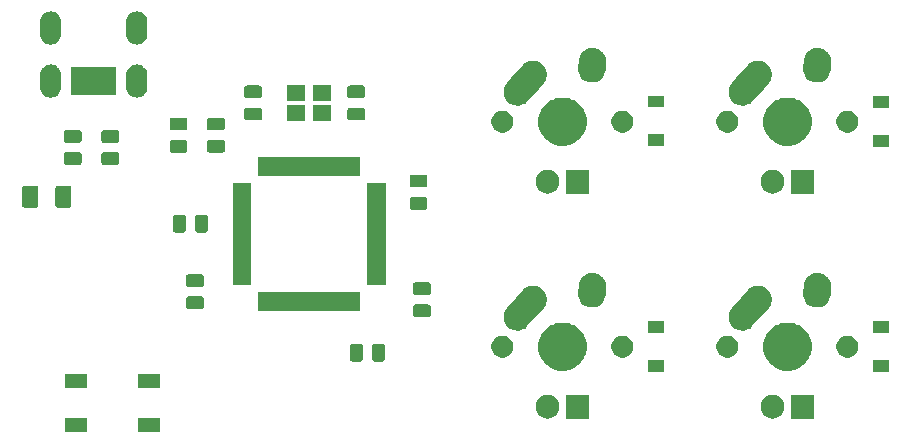
<source format=gbs>
G04 #@! TF.GenerationSoftware,KiCad,Pcbnew,(5.1.4-0)*
G04 #@! TF.CreationDate,2021-10-16T03:16:45+01:00*
G04 #@! TF.ProjectId,PR-4PP,50522d34-5050-42e6-9b69-6361645f7063,rev?*
G04 #@! TF.SameCoordinates,Original*
G04 #@! TF.FileFunction,Soldermask,Bot*
G04 #@! TF.FilePolarity,Negative*
%FSLAX46Y46*%
G04 Gerber Fmt 4.6, Leading zero omitted, Abs format (unit mm)*
G04 Created by KiCad (PCBNEW (5.1.4-0)) date 2021-10-16 03:16:45*
%MOMM*%
%LPD*%
G04 APERTURE LIST*
%ADD10C,0.100000*%
G04 APERTURE END LIST*
D10*
G36*
X35801000Y-96113500D02*
G01*
X33899000Y-96113500D01*
X33899000Y-94911500D01*
X35801000Y-94911500D01*
X35801000Y-96113500D01*
X35801000Y-96113500D01*
G37*
G36*
X29601000Y-96113500D02*
G01*
X27699000Y-96113500D01*
X27699000Y-94911500D01*
X29601000Y-94911500D01*
X29601000Y-96113500D01*
X29601000Y-96113500D01*
G37*
G36*
X91173500Y-94983500D02*
G01*
X89166500Y-94983500D01*
X89166500Y-92976500D01*
X91173500Y-92976500D01*
X91173500Y-94983500D01*
X91173500Y-94983500D01*
G37*
G36*
X87756425Y-92981988D02*
G01*
X87922710Y-93015063D01*
X88105336Y-93090709D01*
X88269694Y-93200530D01*
X88409470Y-93340306D01*
X88519291Y-93504664D01*
X88594937Y-93687290D01*
X88633500Y-93881164D01*
X88633500Y-94078836D01*
X88594937Y-94272710D01*
X88519291Y-94455336D01*
X88409470Y-94619694D01*
X88269694Y-94759470D01*
X88105336Y-94869291D01*
X87922710Y-94944937D01*
X87756425Y-94978012D01*
X87728837Y-94983500D01*
X87531163Y-94983500D01*
X87503575Y-94978012D01*
X87337290Y-94944937D01*
X87154664Y-94869291D01*
X86990306Y-94759470D01*
X86850530Y-94619694D01*
X86740709Y-94455336D01*
X86665063Y-94272710D01*
X86626500Y-94078836D01*
X86626500Y-93881164D01*
X86665063Y-93687290D01*
X86740709Y-93504664D01*
X86850530Y-93340306D01*
X86990306Y-93200530D01*
X87154664Y-93090709D01*
X87337290Y-93015063D01*
X87503575Y-92981988D01*
X87531163Y-92976500D01*
X87728837Y-92976500D01*
X87756425Y-92981988D01*
X87756425Y-92981988D01*
G37*
G36*
X72123500Y-94983500D02*
G01*
X70116500Y-94983500D01*
X70116500Y-92976500D01*
X72123500Y-92976500D01*
X72123500Y-94983500D01*
X72123500Y-94983500D01*
G37*
G36*
X68706425Y-92981988D02*
G01*
X68872710Y-93015063D01*
X69055336Y-93090709D01*
X69219694Y-93200530D01*
X69359470Y-93340306D01*
X69469291Y-93504664D01*
X69544937Y-93687290D01*
X69583500Y-93881164D01*
X69583500Y-94078836D01*
X69544937Y-94272710D01*
X69469291Y-94455336D01*
X69359470Y-94619694D01*
X69219694Y-94759470D01*
X69055336Y-94869291D01*
X68872710Y-94944937D01*
X68706425Y-94978012D01*
X68678837Y-94983500D01*
X68481163Y-94983500D01*
X68453575Y-94978012D01*
X68287290Y-94944937D01*
X68104664Y-94869291D01*
X67940306Y-94759470D01*
X67800530Y-94619694D01*
X67690709Y-94455336D01*
X67615063Y-94272710D01*
X67576500Y-94078836D01*
X67576500Y-93881164D01*
X67615063Y-93687290D01*
X67690709Y-93504664D01*
X67800530Y-93340306D01*
X67940306Y-93200530D01*
X68104664Y-93090709D01*
X68287290Y-93015063D01*
X68453575Y-92981988D01*
X68481163Y-92976500D01*
X68678837Y-92976500D01*
X68706425Y-92981988D01*
X68706425Y-92981988D01*
G37*
G36*
X35801000Y-92413500D02*
G01*
X33899000Y-92413500D01*
X33899000Y-91211500D01*
X35801000Y-91211500D01*
X35801000Y-92413500D01*
X35801000Y-92413500D01*
G37*
G36*
X29601000Y-92413500D02*
G01*
X27699000Y-92413500D01*
X27699000Y-91211500D01*
X29601000Y-91211500D01*
X29601000Y-92413500D01*
X29601000Y-92413500D01*
G37*
G36*
X97488500Y-91051000D02*
G01*
X96186500Y-91051000D01*
X96186500Y-90049000D01*
X97488500Y-90049000D01*
X97488500Y-91051000D01*
X97488500Y-91051000D01*
G37*
G36*
X78438500Y-91051000D02*
G01*
X77136500Y-91051000D01*
X77136500Y-90049000D01*
X78438500Y-90049000D01*
X78438500Y-91051000D01*
X78438500Y-91051000D01*
G37*
G36*
X89496474Y-86933684D02*
G01*
X89714474Y-87023983D01*
X89868623Y-87087833D01*
X90203548Y-87311623D01*
X90488377Y-87596452D01*
X90712167Y-87931377D01*
X90744562Y-88009586D01*
X90866316Y-88303526D01*
X90944900Y-88698594D01*
X90944900Y-89101406D01*
X90866316Y-89496474D01*
X90815451Y-89619272D01*
X90712167Y-89868623D01*
X90488377Y-90203548D01*
X90203548Y-90488377D01*
X89868623Y-90712167D01*
X89714474Y-90776017D01*
X89496474Y-90866316D01*
X89101406Y-90944900D01*
X88698594Y-90944900D01*
X88303526Y-90866316D01*
X88085526Y-90776017D01*
X87931377Y-90712167D01*
X87596452Y-90488377D01*
X87311623Y-90203548D01*
X87087833Y-89868623D01*
X86984549Y-89619272D01*
X86933684Y-89496474D01*
X86855100Y-89101406D01*
X86855100Y-88698594D01*
X86933684Y-88303526D01*
X87055438Y-88009586D01*
X87087833Y-87931377D01*
X87311623Y-87596452D01*
X87596452Y-87311623D01*
X87931377Y-87087833D01*
X88085526Y-87023983D01*
X88303526Y-86933684D01*
X88698594Y-86855100D01*
X89101406Y-86855100D01*
X89496474Y-86933684D01*
X89496474Y-86933684D01*
G37*
G36*
X70446474Y-86933684D02*
G01*
X70664474Y-87023983D01*
X70818623Y-87087833D01*
X71153548Y-87311623D01*
X71438377Y-87596452D01*
X71662167Y-87931377D01*
X71694562Y-88009586D01*
X71816316Y-88303526D01*
X71894900Y-88698594D01*
X71894900Y-89101406D01*
X71816316Y-89496474D01*
X71765451Y-89619272D01*
X71662167Y-89868623D01*
X71438377Y-90203548D01*
X71153548Y-90488377D01*
X70818623Y-90712167D01*
X70664474Y-90776017D01*
X70446474Y-90866316D01*
X70051406Y-90944900D01*
X69648594Y-90944900D01*
X69253526Y-90866316D01*
X69035526Y-90776017D01*
X68881377Y-90712167D01*
X68546452Y-90488377D01*
X68261623Y-90203548D01*
X68037833Y-89868623D01*
X67934549Y-89619272D01*
X67883684Y-89496474D01*
X67805100Y-89101406D01*
X67805100Y-88698594D01*
X67883684Y-88303526D01*
X68005438Y-88009586D01*
X68037833Y-87931377D01*
X68261623Y-87596452D01*
X68546452Y-87311623D01*
X68881377Y-87087833D01*
X69035526Y-87023983D01*
X69253526Y-86933684D01*
X69648594Y-86855100D01*
X70051406Y-86855100D01*
X70446474Y-86933684D01*
X70446474Y-86933684D01*
G37*
G36*
X54649468Y-88661565D02*
G01*
X54688138Y-88673296D01*
X54723777Y-88692346D01*
X54755017Y-88717983D01*
X54780654Y-88749223D01*
X54799704Y-88784862D01*
X54811435Y-88823532D01*
X54816000Y-88869888D01*
X54816000Y-89946112D01*
X54811435Y-89992468D01*
X54799704Y-90031138D01*
X54780654Y-90066777D01*
X54755017Y-90098017D01*
X54723777Y-90123654D01*
X54688138Y-90142704D01*
X54649468Y-90154435D01*
X54603112Y-90159000D01*
X53951888Y-90159000D01*
X53905532Y-90154435D01*
X53866862Y-90142704D01*
X53831223Y-90123654D01*
X53799983Y-90098017D01*
X53774346Y-90066777D01*
X53755296Y-90031138D01*
X53743565Y-89992468D01*
X53739000Y-89946112D01*
X53739000Y-88869888D01*
X53743565Y-88823532D01*
X53755296Y-88784862D01*
X53774346Y-88749223D01*
X53799983Y-88717983D01*
X53831223Y-88692346D01*
X53866862Y-88673296D01*
X53905532Y-88661565D01*
X53951888Y-88657000D01*
X54603112Y-88657000D01*
X54649468Y-88661565D01*
X54649468Y-88661565D01*
G37*
G36*
X52774468Y-88661565D02*
G01*
X52813138Y-88673296D01*
X52848777Y-88692346D01*
X52880017Y-88717983D01*
X52905654Y-88749223D01*
X52924704Y-88784862D01*
X52936435Y-88823532D01*
X52941000Y-88869888D01*
X52941000Y-89946112D01*
X52936435Y-89992468D01*
X52924704Y-90031138D01*
X52905654Y-90066777D01*
X52880017Y-90098017D01*
X52848777Y-90123654D01*
X52813138Y-90142704D01*
X52774468Y-90154435D01*
X52728112Y-90159000D01*
X52076888Y-90159000D01*
X52030532Y-90154435D01*
X51991862Y-90142704D01*
X51956223Y-90123654D01*
X51924983Y-90098017D01*
X51899346Y-90066777D01*
X51880296Y-90031138D01*
X51868565Y-89992468D01*
X51864000Y-89946112D01*
X51864000Y-88869888D01*
X51868565Y-88823532D01*
X51880296Y-88784862D01*
X51899346Y-88749223D01*
X51924983Y-88717983D01*
X51956223Y-88692346D01*
X51991862Y-88673296D01*
X52030532Y-88661565D01*
X52076888Y-88657000D01*
X52728112Y-88657000D01*
X52774468Y-88661565D01*
X52774468Y-88661565D01*
G37*
G36*
X94250104Y-88009585D02*
G01*
X94418626Y-88079389D01*
X94570291Y-88180728D01*
X94699272Y-88309709D01*
X94800611Y-88461374D01*
X94870415Y-88629896D01*
X94906000Y-88808797D01*
X94906000Y-88991203D01*
X94870415Y-89170104D01*
X94800611Y-89338626D01*
X94699272Y-89490291D01*
X94570291Y-89619272D01*
X94418626Y-89720611D01*
X94250104Y-89790415D01*
X94071203Y-89826000D01*
X93888797Y-89826000D01*
X93709896Y-89790415D01*
X93541374Y-89720611D01*
X93389709Y-89619272D01*
X93260728Y-89490291D01*
X93159389Y-89338626D01*
X93089585Y-89170104D01*
X93054000Y-88991203D01*
X93054000Y-88808797D01*
X93089585Y-88629896D01*
X93159389Y-88461374D01*
X93260728Y-88309709D01*
X93389709Y-88180728D01*
X93541374Y-88079389D01*
X93709896Y-88009585D01*
X93888797Y-87974000D01*
X94071203Y-87974000D01*
X94250104Y-88009585D01*
X94250104Y-88009585D01*
G37*
G36*
X84090104Y-88009585D02*
G01*
X84258626Y-88079389D01*
X84410291Y-88180728D01*
X84539272Y-88309709D01*
X84640611Y-88461374D01*
X84710415Y-88629896D01*
X84746000Y-88808797D01*
X84746000Y-88991203D01*
X84710415Y-89170104D01*
X84640611Y-89338626D01*
X84539272Y-89490291D01*
X84410291Y-89619272D01*
X84258626Y-89720611D01*
X84090104Y-89790415D01*
X83911203Y-89826000D01*
X83728797Y-89826000D01*
X83549896Y-89790415D01*
X83381374Y-89720611D01*
X83229709Y-89619272D01*
X83100728Y-89490291D01*
X82999389Y-89338626D01*
X82929585Y-89170104D01*
X82894000Y-88991203D01*
X82894000Y-88808797D01*
X82929585Y-88629896D01*
X82999389Y-88461374D01*
X83100728Y-88309709D01*
X83229709Y-88180728D01*
X83381374Y-88079389D01*
X83549896Y-88009585D01*
X83728797Y-87974000D01*
X83911203Y-87974000D01*
X84090104Y-88009585D01*
X84090104Y-88009585D01*
G37*
G36*
X65040104Y-88009585D02*
G01*
X65208626Y-88079389D01*
X65360291Y-88180728D01*
X65489272Y-88309709D01*
X65590611Y-88461374D01*
X65660415Y-88629896D01*
X65696000Y-88808797D01*
X65696000Y-88991203D01*
X65660415Y-89170104D01*
X65590611Y-89338626D01*
X65489272Y-89490291D01*
X65360291Y-89619272D01*
X65208626Y-89720611D01*
X65040104Y-89790415D01*
X64861203Y-89826000D01*
X64678797Y-89826000D01*
X64499896Y-89790415D01*
X64331374Y-89720611D01*
X64179709Y-89619272D01*
X64050728Y-89490291D01*
X63949389Y-89338626D01*
X63879585Y-89170104D01*
X63844000Y-88991203D01*
X63844000Y-88808797D01*
X63879585Y-88629896D01*
X63949389Y-88461374D01*
X64050728Y-88309709D01*
X64179709Y-88180728D01*
X64331374Y-88079389D01*
X64499896Y-88009585D01*
X64678797Y-87974000D01*
X64861203Y-87974000D01*
X65040104Y-88009585D01*
X65040104Y-88009585D01*
G37*
G36*
X75200104Y-88009585D02*
G01*
X75368626Y-88079389D01*
X75520291Y-88180728D01*
X75649272Y-88309709D01*
X75750611Y-88461374D01*
X75820415Y-88629896D01*
X75856000Y-88808797D01*
X75856000Y-88991203D01*
X75820415Y-89170104D01*
X75750611Y-89338626D01*
X75649272Y-89490291D01*
X75520291Y-89619272D01*
X75368626Y-89720611D01*
X75200104Y-89790415D01*
X75021203Y-89826000D01*
X74838797Y-89826000D01*
X74659896Y-89790415D01*
X74491374Y-89720611D01*
X74339709Y-89619272D01*
X74210728Y-89490291D01*
X74109389Y-89338626D01*
X74039585Y-89170104D01*
X74004000Y-88991203D01*
X74004000Y-88808797D01*
X74039585Y-88629896D01*
X74109389Y-88461374D01*
X74210728Y-88309709D01*
X74339709Y-88180728D01*
X74491374Y-88079389D01*
X74659896Y-88009585D01*
X74838797Y-87974000D01*
X75021203Y-87974000D01*
X75200104Y-88009585D01*
X75200104Y-88009585D01*
G37*
G36*
X78438500Y-87751000D02*
G01*
X77136500Y-87751000D01*
X77136500Y-86749000D01*
X78438500Y-86749000D01*
X78438500Y-87751000D01*
X78438500Y-87751000D01*
G37*
G36*
X97488500Y-87751000D02*
G01*
X96186500Y-87751000D01*
X96186500Y-86749000D01*
X97488500Y-86749000D01*
X97488500Y-87751000D01*
X97488500Y-87751000D01*
G37*
G36*
X67373205Y-83723881D02*
G01*
X67378645Y-83724000D01*
X67465828Y-83724000D01*
X67482097Y-83727236D01*
X67500956Y-83729515D01*
X67517532Y-83730246D01*
X67602223Y-83751010D01*
X67607518Y-83752184D01*
X67693027Y-83769193D01*
X67708362Y-83775545D01*
X67726401Y-83781455D01*
X67742521Y-83785407D01*
X67821504Y-83822280D01*
X67826494Y-83824477D01*
X67907045Y-83857842D01*
X67920841Y-83867060D01*
X67937393Y-83876382D01*
X67952426Y-83883400D01*
X68022694Y-83934971D01*
X68027192Y-83938122D01*
X68099656Y-83986541D01*
X68111383Y-83998268D01*
X68125809Y-84010648D01*
X68139179Y-84020461D01*
X68139180Y-84020462D01*
X68198021Y-84084733D01*
X68201829Y-84088714D01*
X68263459Y-84150344D01*
X68272674Y-84164135D01*
X68284396Y-84179078D01*
X68295605Y-84191321D01*
X68340799Y-84265874D01*
X68343746Y-84270501D01*
X68392158Y-84342955D01*
X68398505Y-84358277D01*
X68407092Y-84375231D01*
X68415691Y-84389417D01*
X68445478Y-84471368D01*
X68447452Y-84476448D01*
X68480807Y-84556973D01*
X68480807Y-84556974D01*
X68484041Y-84573233D01*
X68489158Y-84591542D01*
X68494825Y-84607134D01*
X68508055Y-84693345D01*
X68509001Y-84698713D01*
X68526000Y-84784173D01*
X68526000Y-84800752D01*
X68527444Y-84819692D01*
X68529963Y-84836104D01*
X68526120Y-84923249D01*
X68526000Y-84928689D01*
X68526000Y-85015825D01*
X68522766Y-85032083D01*
X68520488Y-85050941D01*
X68519756Y-85067531D01*
X68498988Y-85152237D01*
X68497812Y-85157537D01*
X68480807Y-85243027D01*
X68474457Y-85258357D01*
X68468549Y-85276393D01*
X68464595Y-85292520D01*
X68427711Y-85371526D01*
X68425511Y-85376523D01*
X68392158Y-85457045D01*
X68382944Y-85470835D01*
X68373622Y-85487387D01*
X68366602Y-85502424D01*
X68315011Y-85572720D01*
X68311866Y-85577210D01*
X68263461Y-85649654D01*
X68206460Y-85706655D01*
X68201811Y-85711563D01*
X67632315Y-86346267D01*
X66876723Y-87188376D01*
X66748679Y-87305602D01*
X66649631Y-87365645D01*
X66550583Y-87425689D01*
X66332866Y-87504823D01*
X66103895Y-87539961D01*
X65872470Y-87529754D01*
X65647481Y-87474593D01*
X65542727Y-87425689D01*
X65437579Y-87376602D01*
X65340838Y-87305602D01*
X65250823Y-87239539D01*
X65176394Y-87158241D01*
X65094398Y-87068679D01*
X65012564Y-86933685D01*
X64974311Y-86870583D01*
X64895177Y-86652866D01*
X64860039Y-86423895D01*
X64870246Y-86192470D01*
X64925407Y-85967481D01*
X64976972Y-85857028D01*
X65023398Y-85757580D01*
X65050739Y-85720326D01*
X65126114Y-85617622D01*
X65912922Y-84740723D01*
X66412787Y-84183621D01*
X66423681Y-84169589D01*
X66436539Y-84150346D01*
X66493573Y-84093312D01*
X66498223Y-84088403D01*
X66513278Y-84071624D01*
X66534701Y-84052011D01*
X66538682Y-84048203D01*
X66600346Y-83986539D01*
X66614143Y-83977320D01*
X66629102Y-83965585D01*
X66641321Y-83954398D01*
X66673385Y-83934961D01*
X66715830Y-83909231D01*
X66720421Y-83906308D01*
X66792955Y-83857842D01*
X66808300Y-83851486D01*
X66825248Y-83842901D01*
X66839416Y-83834312D01*
X66839417Y-83834312D01*
X66839418Y-83834311D01*
X66921312Y-83804545D01*
X66926410Y-83802563D01*
X67006973Y-83769193D01*
X67023252Y-83765955D01*
X67041542Y-83760844D01*
X67057135Y-83755177D01*
X67143300Y-83741954D01*
X67148663Y-83741009D01*
X67234173Y-83724000D01*
X67250766Y-83724000D01*
X67269709Y-83722555D01*
X67286106Y-83720039D01*
X67373205Y-83723881D01*
X67373205Y-83723881D01*
G37*
G36*
X86423205Y-83723881D02*
G01*
X86428645Y-83724000D01*
X86515828Y-83724000D01*
X86532097Y-83727236D01*
X86550956Y-83729515D01*
X86567532Y-83730246D01*
X86652223Y-83751010D01*
X86657518Y-83752184D01*
X86743027Y-83769193D01*
X86758362Y-83775545D01*
X86776401Y-83781455D01*
X86792521Y-83785407D01*
X86871504Y-83822280D01*
X86876494Y-83824477D01*
X86957045Y-83857842D01*
X86970841Y-83867060D01*
X86987393Y-83876382D01*
X87002426Y-83883400D01*
X87072694Y-83934971D01*
X87077192Y-83938122D01*
X87149656Y-83986541D01*
X87161383Y-83998268D01*
X87175809Y-84010648D01*
X87189179Y-84020461D01*
X87189180Y-84020462D01*
X87248021Y-84084733D01*
X87251829Y-84088714D01*
X87313459Y-84150344D01*
X87322674Y-84164135D01*
X87334396Y-84179078D01*
X87345605Y-84191321D01*
X87390799Y-84265874D01*
X87393746Y-84270501D01*
X87442158Y-84342955D01*
X87448505Y-84358277D01*
X87457092Y-84375231D01*
X87465691Y-84389417D01*
X87495478Y-84471368D01*
X87497452Y-84476448D01*
X87530807Y-84556973D01*
X87530807Y-84556974D01*
X87534041Y-84573233D01*
X87539158Y-84591542D01*
X87544825Y-84607134D01*
X87558055Y-84693345D01*
X87559001Y-84698713D01*
X87576000Y-84784173D01*
X87576000Y-84800752D01*
X87577444Y-84819692D01*
X87579963Y-84836104D01*
X87576120Y-84923249D01*
X87576000Y-84928689D01*
X87576000Y-85015825D01*
X87572766Y-85032083D01*
X87570488Y-85050941D01*
X87569756Y-85067531D01*
X87548988Y-85152237D01*
X87547812Y-85157537D01*
X87530807Y-85243027D01*
X87524457Y-85258357D01*
X87518549Y-85276393D01*
X87514595Y-85292520D01*
X87477711Y-85371526D01*
X87475511Y-85376523D01*
X87442158Y-85457045D01*
X87432944Y-85470835D01*
X87423622Y-85487387D01*
X87416602Y-85502424D01*
X87365011Y-85572720D01*
X87361866Y-85577210D01*
X87313461Y-85649654D01*
X87256460Y-85706655D01*
X87251811Y-85711563D01*
X86682315Y-86346267D01*
X85926723Y-87188376D01*
X85798679Y-87305602D01*
X85699631Y-87365645D01*
X85600583Y-87425689D01*
X85382866Y-87504823D01*
X85153895Y-87539961D01*
X84922470Y-87529754D01*
X84697481Y-87474593D01*
X84592727Y-87425689D01*
X84487579Y-87376602D01*
X84390838Y-87305602D01*
X84300823Y-87239539D01*
X84226394Y-87158241D01*
X84144398Y-87068679D01*
X84062564Y-86933685D01*
X84024311Y-86870583D01*
X83945177Y-86652866D01*
X83910039Y-86423895D01*
X83920246Y-86192470D01*
X83975407Y-85967481D01*
X84026972Y-85857028D01*
X84073398Y-85757580D01*
X84100739Y-85720326D01*
X84176114Y-85617622D01*
X84962922Y-84740723D01*
X85462787Y-84183621D01*
X85473681Y-84169589D01*
X85486539Y-84150346D01*
X85543573Y-84093312D01*
X85548223Y-84088403D01*
X85563278Y-84071624D01*
X85584701Y-84052011D01*
X85588682Y-84048203D01*
X85650346Y-83986539D01*
X85664143Y-83977320D01*
X85679102Y-83965585D01*
X85691321Y-83954398D01*
X85723385Y-83934961D01*
X85765830Y-83909231D01*
X85770421Y-83906308D01*
X85842955Y-83857842D01*
X85858300Y-83851486D01*
X85875248Y-83842901D01*
X85889416Y-83834312D01*
X85889417Y-83834312D01*
X85889418Y-83834311D01*
X85971312Y-83804545D01*
X85976410Y-83802563D01*
X86056973Y-83769193D01*
X86073252Y-83765955D01*
X86091542Y-83760844D01*
X86107135Y-83755177D01*
X86193300Y-83741954D01*
X86198663Y-83741009D01*
X86284173Y-83724000D01*
X86300766Y-83724000D01*
X86319709Y-83722555D01*
X86336106Y-83720039D01*
X86423205Y-83723881D01*
X86423205Y-83723881D01*
G37*
G36*
X58528218Y-85334815D02*
G01*
X58566888Y-85346546D01*
X58602527Y-85365596D01*
X58633767Y-85391233D01*
X58659404Y-85422473D01*
X58678454Y-85458112D01*
X58690185Y-85496782D01*
X58694750Y-85543138D01*
X58694750Y-86194362D01*
X58690185Y-86240718D01*
X58678454Y-86279388D01*
X58659404Y-86315027D01*
X58633767Y-86346267D01*
X58602527Y-86371904D01*
X58566888Y-86390954D01*
X58528218Y-86402685D01*
X58481862Y-86407250D01*
X57405638Y-86407250D01*
X57359282Y-86402685D01*
X57320612Y-86390954D01*
X57284973Y-86371904D01*
X57253733Y-86346267D01*
X57228096Y-86315027D01*
X57209046Y-86279388D01*
X57197315Y-86240718D01*
X57192750Y-86194362D01*
X57192750Y-85543138D01*
X57197315Y-85496782D01*
X57209046Y-85458112D01*
X57228096Y-85422473D01*
X57253733Y-85391233D01*
X57284973Y-85365596D01*
X57320612Y-85346546D01*
X57359282Y-85334815D01*
X57405638Y-85330250D01*
X58481862Y-85330250D01*
X58528218Y-85334815D01*
X58528218Y-85334815D01*
G37*
G36*
X52744750Y-85876000D02*
G01*
X44092750Y-85876000D01*
X44092750Y-84274000D01*
X52744750Y-84274000D01*
X52744750Y-85876000D01*
X52744750Y-85876000D01*
G37*
G36*
X39319468Y-84653065D02*
G01*
X39358138Y-84664796D01*
X39393777Y-84683846D01*
X39425017Y-84709483D01*
X39450654Y-84740723D01*
X39469704Y-84776362D01*
X39481435Y-84815032D01*
X39486000Y-84861388D01*
X39486000Y-85512612D01*
X39481435Y-85558968D01*
X39469704Y-85597638D01*
X39450654Y-85633277D01*
X39425017Y-85664517D01*
X39393777Y-85690154D01*
X39358138Y-85709204D01*
X39319468Y-85720935D01*
X39273112Y-85725500D01*
X38196888Y-85725500D01*
X38150532Y-85720935D01*
X38111862Y-85709204D01*
X38076223Y-85690154D01*
X38044983Y-85664517D01*
X38019346Y-85633277D01*
X38000296Y-85597638D01*
X37988565Y-85558968D01*
X37984000Y-85512612D01*
X37984000Y-84861388D01*
X37988565Y-84815032D01*
X38000296Y-84776362D01*
X38019346Y-84740723D01*
X38044983Y-84709483D01*
X38076223Y-84683846D01*
X38111862Y-84664796D01*
X38150532Y-84653065D01*
X38196888Y-84648500D01*
X39273112Y-84648500D01*
X39319468Y-84653065D01*
X39319468Y-84653065D01*
G37*
G36*
X72478127Y-82642261D02*
G01*
X72498900Y-82644000D01*
X72505827Y-82644000D01*
X72600754Y-82662882D01*
X72604348Y-82663542D01*
X72699730Y-82679624D01*
X72706203Y-82682085D01*
X72726228Y-82687841D01*
X72733027Y-82689193D01*
X72795414Y-82715034D01*
X72822443Y-82726230D01*
X72825844Y-82727581D01*
X72916255Y-82761961D01*
X72922127Y-82765640D01*
X72940636Y-82775187D01*
X72947045Y-82777842D01*
X73027563Y-82831642D01*
X73030554Y-82833578D01*
X73112557Y-82884959D01*
X73117584Y-82889700D01*
X73133896Y-82902691D01*
X73139652Y-82906537D01*
X73208110Y-82974995D01*
X73210689Y-82977499D01*
X73281090Y-83043889D01*
X73284726Y-83049000D01*
X73285095Y-83049519D01*
X73298559Y-83065444D01*
X73303459Y-83070344D01*
X73357244Y-83150839D01*
X73359291Y-83153807D01*
X73415380Y-83232645D01*
X73418214Y-83238958D01*
X73428308Y-83257193D01*
X73432158Y-83262955D01*
X73469220Y-83352430D01*
X73470624Y-83355685D01*
X73510265Y-83443973D01*
X73511815Y-83450725D01*
X73518152Y-83470562D01*
X73520807Y-83476973D01*
X73528616Y-83516233D01*
X73539692Y-83571917D01*
X73540438Y-83575401D01*
X73562098Y-83669751D01*
X73562098Y-83669754D01*
X73562300Y-83676654D01*
X73564647Y-83697370D01*
X73566000Y-83704174D01*
X73566000Y-83800986D01*
X73566053Y-83804584D01*
X73567188Y-83843277D01*
X73566295Y-83856225D01*
X73566000Y-83864797D01*
X73566000Y-83935826D01*
X73560081Y-83965585D01*
X73559604Y-83967979D01*
X73557500Y-83983750D01*
X73519238Y-84538545D01*
X73490376Y-84709730D01*
X73408038Y-84926255D01*
X73285041Y-85122557D01*
X73126111Y-85291090D01*
X72937355Y-85425380D01*
X72726027Y-85520265D01*
X72500249Y-85572098D01*
X72268698Y-85578889D01*
X72268697Y-85578889D01*
X72223012Y-85571186D01*
X72040270Y-85540376D01*
X71823745Y-85458038D01*
X71627443Y-85335041D01*
X71458910Y-85176111D01*
X71324620Y-84987355D01*
X71229735Y-84776027D01*
X71177902Y-84550249D01*
X71172812Y-84376723D01*
X71213704Y-83783794D01*
X71214000Y-83775196D01*
X71214000Y-83704174D01*
X71232888Y-83609219D01*
X71233544Y-83605645D01*
X71239231Y-83571917D01*
X71249624Y-83510270D01*
X71252085Y-83503799D01*
X71257842Y-83483767D01*
X71259193Y-83476974D01*
X71266048Y-83460424D01*
X71296264Y-83387476D01*
X71297553Y-83384230D01*
X71331962Y-83293745D01*
X71335636Y-83287881D01*
X71345187Y-83269365D01*
X71347842Y-83262955D01*
X71401657Y-83182415D01*
X71403577Y-83179449D01*
X71454959Y-83097443D01*
X71459711Y-83092404D01*
X71472689Y-83076107D01*
X71476537Y-83070348D01*
X71544993Y-83001892D01*
X71547546Y-82999262D01*
X71568023Y-82977548D01*
X71613889Y-82928910D01*
X71619521Y-82924903D01*
X71635447Y-82911438D01*
X71640346Y-82906539D01*
X71720824Y-82852766D01*
X71723806Y-82850710D01*
X71802645Y-82794620D01*
X71808955Y-82791787D01*
X71827194Y-82781691D01*
X71832951Y-82777844D01*
X71832954Y-82777843D01*
X71832955Y-82777842D01*
X71922429Y-82740781D01*
X71925687Y-82739375D01*
X72013973Y-82699735D01*
X72020725Y-82698185D01*
X72040562Y-82691848D01*
X72046973Y-82689193D01*
X72141899Y-82670311D01*
X72145446Y-82669551D01*
X72239751Y-82647901D01*
X72242130Y-82647831D01*
X72246665Y-82647698D01*
X72267381Y-82645351D01*
X72274174Y-82644000D01*
X72370959Y-82644000D01*
X72374584Y-82643947D01*
X72471302Y-82641110D01*
X72478127Y-82642261D01*
X72478127Y-82642261D01*
G37*
G36*
X91528127Y-82642261D02*
G01*
X91548900Y-82644000D01*
X91555827Y-82644000D01*
X91650754Y-82662882D01*
X91654348Y-82663542D01*
X91749730Y-82679624D01*
X91756203Y-82682085D01*
X91776228Y-82687841D01*
X91783027Y-82689193D01*
X91845414Y-82715034D01*
X91872443Y-82726230D01*
X91875844Y-82727581D01*
X91966255Y-82761961D01*
X91972127Y-82765640D01*
X91990636Y-82775187D01*
X91997045Y-82777842D01*
X92077563Y-82831642D01*
X92080554Y-82833578D01*
X92162557Y-82884959D01*
X92167584Y-82889700D01*
X92183896Y-82902691D01*
X92189652Y-82906537D01*
X92258110Y-82974995D01*
X92260689Y-82977499D01*
X92331090Y-83043889D01*
X92334726Y-83049000D01*
X92335095Y-83049519D01*
X92348559Y-83065444D01*
X92353459Y-83070344D01*
X92407244Y-83150839D01*
X92409291Y-83153807D01*
X92465380Y-83232645D01*
X92468214Y-83238958D01*
X92478308Y-83257193D01*
X92482158Y-83262955D01*
X92519220Y-83352430D01*
X92520624Y-83355685D01*
X92560265Y-83443973D01*
X92561815Y-83450725D01*
X92568152Y-83470562D01*
X92570807Y-83476973D01*
X92578616Y-83516233D01*
X92589692Y-83571917D01*
X92590438Y-83575401D01*
X92612098Y-83669751D01*
X92612098Y-83669754D01*
X92612300Y-83676654D01*
X92614647Y-83697370D01*
X92616000Y-83704174D01*
X92616000Y-83800986D01*
X92616053Y-83804584D01*
X92617188Y-83843277D01*
X92616295Y-83856225D01*
X92616000Y-83864797D01*
X92616000Y-83935826D01*
X92610081Y-83965585D01*
X92609604Y-83967979D01*
X92607500Y-83983750D01*
X92569238Y-84538545D01*
X92540376Y-84709730D01*
X92458038Y-84926255D01*
X92335041Y-85122557D01*
X92176111Y-85291090D01*
X91987355Y-85425380D01*
X91776027Y-85520265D01*
X91550249Y-85572098D01*
X91318698Y-85578889D01*
X91318697Y-85578889D01*
X91273012Y-85571186D01*
X91090270Y-85540376D01*
X90873745Y-85458038D01*
X90677443Y-85335041D01*
X90508910Y-85176111D01*
X90374620Y-84987355D01*
X90279735Y-84776027D01*
X90227902Y-84550249D01*
X90222812Y-84376723D01*
X90263704Y-83783794D01*
X90264000Y-83775196D01*
X90264000Y-83704174D01*
X90282888Y-83609219D01*
X90283544Y-83605645D01*
X90289231Y-83571917D01*
X90299624Y-83510270D01*
X90302085Y-83503799D01*
X90307842Y-83483767D01*
X90309193Y-83476974D01*
X90316048Y-83460424D01*
X90346264Y-83387476D01*
X90347553Y-83384230D01*
X90381962Y-83293745D01*
X90385636Y-83287881D01*
X90395187Y-83269365D01*
X90397842Y-83262955D01*
X90451657Y-83182415D01*
X90453577Y-83179449D01*
X90504959Y-83097443D01*
X90509711Y-83092404D01*
X90522689Y-83076107D01*
X90526537Y-83070348D01*
X90594993Y-83001892D01*
X90597546Y-82999262D01*
X90618023Y-82977548D01*
X90663889Y-82928910D01*
X90669521Y-82924903D01*
X90685447Y-82911438D01*
X90690346Y-82906539D01*
X90770824Y-82852766D01*
X90773806Y-82850710D01*
X90852645Y-82794620D01*
X90858955Y-82791787D01*
X90877194Y-82781691D01*
X90882951Y-82777844D01*
X90882954Y-82777843D01*
X90882955Y-82777842D01*
X90972429Y-82740781D01*
X90975687Y-82739375D01*
X91063973Y-82699735D01*
X91070725Y-82698185D01*
X91090562Y-82691848D01*
X91096973Y-82689193D01*
X91191899Y-82670311D01*
X91195446Y-82669551D01*
X91289751Y-82647901D01*
X91292130Y-82647831D01*
X91296665Y-82647698D01*
X91317381Y-82645351D01*
X91324174Y-82644000D01*
X91420959Y-82644000D01*
X91424584Y-82643947D01*
X91521302Y-82641110D01*
X91528127Y-82642261D01*
X91528127Y-82642261D01*
G37*
G36*
X58528218Y-83459815D02*
G01*
X58566888Y-83471546D01*
X58602527Y-83490596D01*
X58633767Y-83516233D01*
X58659404Y-83547473D01*
X58678454Y-83583112D01*
X58690185Y-83621782D01*
X58694750Y-83668138D01*
X58694750Y-84319362D01*
X58690185Y-84365718D01*
X58678454Y-84404388D01*
X58659404Y-84440027D01*
X58633767Y-84471267D01*
X58602527Y-84496904D01*
X58566888Y-84515954D01*
X58528218Y-84527685D01*
X58481862Y-84532250D01*
X57405638Y-84532250D01*
X57359282Y-84527685D01*
X57320612Y-84515954D01*
X57284973Y-84496904D01*
X57253733Y-84471267D01*
X57228096Y-84440027D01*
X57209046Y-84404388D01*
X57197315Y-84365718D01*
X57192750Y-84319362D01*
X57192750Y-83668138D01*
X57197315Y-83621782D01*
X57209046Y-83583112D01*
X57228096Y-83547473D01*
X57253733Y-83516233D01*
X57284973Y-83490596D01*
X57320612Y-83471546D01*
X57359282Y-83459815D01*
X57405638Y-83455250D01*
X58481862Y-83455250D01*
X58528218Y-83459815D01*
X58528218Y-83459815D01*
G37*
G36*
X39319468Y-82778065D02*
G01*
X39358138Y-82789796D01*
X39393777Y-82808846D01*
X39425017Y-82834483D01*
X39450654Y-82865723D01*
X39469704Y-82901362D01*
X39481435Y-82940032D01*
X39486000Y-82986388D01*
X39486000Y-83637612D01*
X39481435Y-83683968D01*
X39469704Y-83722638D01*
X39450654Y-83758277D01*
X39425017Y-83789517D01*
X39393777Y-83815154D01*
X39358138Y-83834204D01*
X39319468Y-83845935D01*
X39273112Y-83850500D01*
X38196888Y-83850500D01*
X38150532Y-83845935D01*
X38111862Y-83834204D01*
X38076223Y-83815154D01*
X38044983Y-83789517D01*
X38019346Y-83758277D01*
X38000296Y-83722638D01*
X37988565Y-83683968D01*
X37984000Y-83637612D01*
X37984000Y-82986388D01*
X37988565Y-82940032D01*
X38000296Y-82901362D01*
X38019346Y-82865723D01*
X38044983Y-82834483D01*
X38076223Y-82808846D01*
X38111862Y-82789796D01*
X38150532Y-82778065D01*
X38196888Y-82773500D01*
X39273112Y-82773500D01*
X39319468Y-82778065D01*
X39319468Y-82778065D01*
G37*
G36*
X54919750Y-83701000D02*
G01*
X53317750Y-83701000D01*
X53317750Y-75049000D01*
X54919750Y-75049000D01*
X54919750Y-83701000D01*
X54919750Y-83701000D01*
G37*
G36*
X43519750Y-83701000D02*
G01*
X41917750Y-83701000D01*
X41917750Y-75049000D01*
X43519750Y-75049000D01*
X43519750Y-83701000D01*
X43519750Y-83701000D01*
G37*
G36*
X37788468Y-77739565D02*
G01*
X37827138Y-77751296D01*
X37862777Y-77770346D01*
X37894017Y-77795983D01*
X37919654Y-77827223D01*
X37938704Y-77862862D01*
X37950435Y-77901532D01*
X37955000Y-77947888D01*
X37955000Y-79024112D01*
X37950435Y-79070468D01*
X37938704Y-79109138D01*
X37919654Y-79144777D01*
X37894017Y-79176017D01*
X37862777Y-79201654D01*
X37827138Y-79220704D01*
X37788468Y-79232435D01*
X37742112Y-79237000D01*
X37090888Y-79237000D01*
X37044532Y-79232435D01*
X37005862Y-79220704D01*
X36970223Y-79201654D01*
X36938983Y-79176017D01*
X36913346Y-79144777D01*
X36894296Y-79109138D01*
X36882565Y-79070468D01*
X36878000Y-79024112D01*
X36878000Y-77947888D01*
X36882565Y-77901532D01*
X36894296Y-77862862D01*
X36913346Y-77827223D01*
X36938983Y-77795983D01*
X36970223Y-77770346D01*
X37005862Y-77751296D01*
X37044532Y-77739565D01*
X37090888Y-77735000D01*
X37742112Y-77735000D01*
X37788468Y-77739565D01*
X37788468Y-77739565D01*
G37*
G36*
X39663468Y-77739565D02*
G01*
X39702138Y-77751296D01*
X39737777Y-77770346D01*
X39769017Y-77795983D01*
X39794654Y-77827223D01*
X39813704Y-77862862D01*
X39825435Y-77901532D01*
X39830000Y-77947888D01*
X39830000Y-79024112D01*
X39825435Y-79070468D01*
X39813704Y-79109138D01*
X39794654Y-79144777D01*
X39769017Y-79176017D01*
X39737777Y-79201654D01*
X39702138Y-79220704D01*
X39663468Y-79232435D01*
X39617112Y-79237000D01*
X38965888Y-79237000D01*
X38919532Y-79232435D01*
X38880862Y-79220704D01*
X38845223Y-79201654D01*
X38813983Y-79176017D01*
X38788346Y-79144777D01*
X38769296Y-79109138D01*
X38757565Y-79070468D01*
X38753000Y-79024112D01*
X38753000Y-77947888D01*
X38757565Y-77901532D01*
X38769296Y-77862862D01*
X38788346Y-77827223D01*
X38813983Y-77795983D01*
X38845223Y-77770346D01*
X38880862Y-77751296D01*
X38919532Y-77739565D01*
X38965888Y-77735000D01*
X39617112Y-77735000D01*
X39663468Y-77739565D01*
X39663468Y-77739565D01*
G37*
G36*
X58242468Y-76222565D02*
G01*
X58281138Y-76234296D01*
X58316777Y-76253346D01*
X58348017Y-76278983D01*
X58373654Y-76310223D01*
X58392704Y-76345862D01*
X58404435Y-76384532D01*
X58409000Y-76430888D01*
X58409000Y-77082112D01*
X58404435Y-77128468D01*
X58392704Y-77167138D01*
X58373654Y-77202777D01*
X58348017Y-77234017D01*
X58316777Y-77259654D01*
X58281138Y-77278704D01*
X58242468Y-77290435D01*
X58196112Y-77295000D01*
X57119888Y-77295000D01*
X57073532Y-77290435D01*
X57034862Y-77278704D01*
X56999223Y-77259654D01*
X56967983Y-77234017D01*
X56942346Y-77202777D01*
X56923296Y-77167138D01*
X56911565Y-77128468D01*
X56907000Y-77082112D01*
X56907000Y-76430888D01*
X56911565Y-76384532D01*
X56923296Y-76345862D01*
X56942346Y-76310223D01*
X56967983Y-76278983D01*
X56999223Y-76253346D01*
X57034862Y-76234296D01*
X57073532Y-76222565D01*
X57119888Y-76218000D01*
X58196112Y-76218000D01*
X58242468Y-76222565D01*
X58242468Y-76222565D01*
G37*
G36*
X25312354Y-75278347D02*
G01*
X25348894Y-75289432D01*
X25382571Y-75307433D01*
X25412091Y-75331659D01*
X25436317Y-75361179D01*
X25454318Y-75394856D01*
X25465403Y-75431396D01*
X25469750Y-75475538D01*
X25469750Y-76924462D01*
X25465403Y-76968604D01*
X25454318Y-77005144D01*
X25436317Y-77038821D01*
X25412091Y-77068341D01*
X25382571Y-77092567D01*
X25348894Y-77110568D01*
X25312354Y-77121653D01*
X25268212Y-77126000D01*
X24319288Y-77126000D01*
X24275146Y-77121653D01*
X24238606Y-77110568D01*
X24204929Y-77092567D01*
X24175409Y-77068341D01*
X24151183Y-77038821D01*
X24133182Y-77005144D01*
X24122097Y-76968604D01*
X24117750Y-76924462D01*
X24117750Y-75475538D01*
X24122097Y-75431396D01*
X24133182Y-75394856D01*
X24151183Y-75361179D01*
X24175409Y-75331659D01*
X24204929Y-75307433D01*
X24238606Y-75289432D01*
X24275146Y-75278347D01*
X24319288Y-75274000D01*
X25268212Y-75274000D01*
X25312354Y-75278347D01*
X25312354Y-75278347D01*
G37*
G36*
X28112354Y-75278347D02*
G01*
X28148894Y-75289432D01*
X28182571Y-75307433D01*
X28212091Y-75331659D01*
X28236317Y-75361179D01*
X28254318Y-75394856D01*
X28265403Y-75431396D01*
X28269750Y-75475538D01*
X28269750Y-76924462D01*
X28265403Y-76968604D01*
X28254318Y-77005144D01*
X28236317Y-77038821D01*
X28212091Y-77068341D01*
X28182571Y-77092567D01*
X28148894Y-77110568D01*
X28112354Y-77121653D01*
X28068212Y-77126000D01*
X27119288Y-77126000D01*
X27075146Y-77121653D01*
X27038606Y-77110568D01*
X27004929Y-77092567D01*
X26975409Y-77068341D01*
X26951183Y-77038821D01*
X26933182Y-77005144D01*
X26922097Y-76968604D01*
X26917750Y-76924462D01*
X26917750Y-75475538D01*
X26922097Y-75431396D01*
X26933182Y-75394856D01*
X26951183Y-75361179D01*
X26975409Y-75331659D01*
X27004929Y-75307433D01*
X27038606Y-75289432D01*
X27075146Y-75278347D01*
X27119288Y-75274000D01*
X28068212Y-75274000D01*
X28112354Y-75278347D01*
X28112354Y-75278347D01*
G37*
G36*
X72123500Y-75933500D02*
G01*
X70116500Y-75933500D01*
X70116500Y-73926500D01*
X72123500Y-73926500D01*
X72123500Y-75933500D01*
X72123500Y-75933500D01*
G37*
G36*
X68706425Y-73931988D02*
G01*
X68872710Y-73965063D01*
X69055336Y-74040709D01*
X69219694Y-74150530D01*
X69359470Y-74290306D01*
X69469291Y-74454664D01*
X69544937Y-74637290D01*
X69583500Y-74831164D01*
X69583500Y-75028836D01*
X69544937Y-75222710D01*
X69469291Y-75405336D01*
X69359470Y-75569694D01*
X69219694Y-75709470D01*
X69055336Y-75819291D01*
X68872710Y-75894937D01*
X68706425Y-75928012D01*
X68678837Y-75933500D01*
X68481163Y-75933500D01*
X68453575Y-75928012D01*
X68287290Y-75894937D01*
X68104664Y-75819291D01*
X67940306Y-75709470D01*
X67800530Y-75569694D01*
X67690709Y-75405336D01*
X67615063Y-75222710D01*
X67576500Y-75028836D01*
X67576500Y-74831164D01*
X67615063Y-74637290D01*
X67690709Y-74454664D01*
X67800530Y-74290306D01*
X67940306Y-74150530D01*
X68104664Y-74040709D01*
X68287290Y-73965063D01*
X68453575Y-73931988D01*
X68481163Y-73926500D01*
X68678837Y-73926500D01*
X68706425Y-73931988D01*
X68706425Y-73931988D01*
G37*
G36*
X91173500Y-75933500D02*
G01*
X89166500Y-75933500D01*
X89166500Y-73926500D01*
X91173500Y-73926500D01*
X91173500Y-75933500D01*
X91173500Y-75933500D01*
G37*
G36*
X87756425Y-73931988D02*
G01*
X87922710Y-73965063D01*
X88105336Y-74040709D01*
X88269694Y-74150530D01*
X88409470Y-74290306D01*
X88519291Y-74454664D01*
X88594937Y-74637290D01*
X88633500Y-74831164D01*
X88633500Y-75028836D01*
X88594937Y-75222710D01*
X88519291Y-75405336D01*
X88409470Y-75569694D01*
X88269694Y-75709470D01*
X88105336Y-75819291D01*
X87922710Y-75894937D01*
X87756425Y-75928012D01*
X87728837Y-75933500D01*
X87531163Y-75933500D01*
X87503575Y-75928012D01*
X87337290Y-75894937D01*
X87154664Y-75819291D01*
X86990306Y-75709470D01*
X86850530Y-75569694D01*
X86740709Y-75405336D01*
X86665063Y-75222710D01*
X86626500Y-75028836D01*
X86626500Y-74831164D01*
X86665063Y-74637290D01*
X86740709Y-74454664D01*
X86850530Y-74290306D01*
X86990306Y-74150530D01*
X87154664Y-74040709D01*
X87337290Y-73965063D01*
X87503575Y-73931988D01*
X87531163Y-73926500D01*
X87728837Y-73926500D01*
X87756425Y-73931988D01*
X87756425Y-73931988D01*
G37*
G36*
X58242468Y-74347565D02*
G01*
X58281138Y-74359296D01*
X58316777Y-74378346D01*
X58348017Y-74403983D01*
X58373654Y-74435223D01*
X58392704Y-74470862D01*
X58404435Y-74509532D01*
X58409000Y-74555888D01*
X58409000Y-75207112D01*
X58404435Y-75253468D01*
X58392704Y-75292138D01*
X58373654Y-75327777D01*
X58348017Y-75359017D01*
X58316777Y-75384654D01*
X58281138Y-75403704D01*
X58242468Y-75415435D01*
X58196112Y-75420000D01*
X57119888Y-75420000D01*
X57073532Y-75415435D01*
X57034862Y-75403704D01*
X56999223Y-75384654D01*
X56967983Y-75359017D01*
X56942346Y-75327777D01*
X56923296Y-75292138D01*
X56911565Y-75253468D01*
X56907000Y-75207112D01*
X56907000Y-74555888D01*
X56911565Y-74509532D01*
X56923296Y-74470862D01*
X56942346Y-74435223D01*
X56967983Y-74403983D01*
X56999223Y-74378346D01*
X57034862Y-74359296D01*
X57073532Y-74347565D01*
X57119888Y-74343000D01*
X58196112Y-74343000D01*
X58242468Y-74347565D01*
X58242468Y-74347565D01*
G37*
G36*
X52744750Y-74476000D02*
G01*
X44092750Y-74476000D01*
X44092750Y-72874000D01*
X52744750Y-72874000D01*
X52744750Y-74476000D01*
X52744750Y-74476000D01*
G37*
G36*
X32143968Y-72444315D02*
G01*
X32182638Y-72456046D01*
X32218277Y-72475096D01*
X32249517Y-72500733D01*
X32275154Y-72531973D01*
X32294204Y-72567612D01*
X32305935Y-72606282D01*
X32310500Y-72652638D01*
X32310500Y-73303862D01*
X32305935Y-73350218D01*
X32294204Y-73388888D01*
X32275154Y-73424527D01*
X32249517Y-73455767D01*
X32218277Y-73481404D01*
X32182638Y-73500454D01*
X32143968Y-73512185D01*
X32097612Y-73516750D01*
X31021388Y-73516750D01*
X30975032Y-73512185D01*
X30936362Y-73500454D01*
X30900723Y-73481404D01*
X30869483Y-73455767D01*
X30843846Y-73424527D01*
X30824796Y-73388888D01*
X30813065Y-73350218D01*
X30808500Y-73303862D01*
X30808500Y-72652638D01*
X30813065Y-72606282D01*
X30824796Y-72567612D01*
X30843846Y-72531973D01*
X30869483Y-72500733D01*
X30900723Y-72475096D01*
X30936362Y-72456046D01*
X30975032Y-72444315D01*
X31021388Y-72439750D01*
X32097612Y-72439750D01*
X32143968Y-72444315D01*
X32143968Y-72444315D01*
G37*
G36*
X28968968Y-72444315D02*
G01*
X29007638Y-72456046D01*
X29043277Y-72475096D01*
X29074517Y-72500733D01*
X29100154Y-72531973D01*
X29119204Y-72567612D01*
X29130935Y-72606282D01*
X29135500Y-72652638D01*
X29135500Y-73303862D01*
X29130935Y-73350218D01*
X29119204Y-73388888D01*
X29100154Y-73424527D01*
X29074517Y-73455767D01*
X29043277Y-73481404D01*
X29007638Y-73500454D01*
X28968968Y-73512185D01*
X28922612Y-73516750D01*
X27846388Y-73516750D01*
X27800032Y-73512185D01*
X27761362Y-73500454D01*
X27725723Y-73481404D01*
X27694483Y-73455767D01*
X27668846Y-73424527D01*
X27649796Y-73388888D01*
X27638065Y-73350218D01*
X27633500Y-73303862D01*
X27633500Y-72652638D01*
X27638065Y-72606282D01*
X27649796Y-72567612D01*
X27668846Y-72531973D01*
X27694483Y-72500733D01*
X27725723Y-72475096D01*
X27761362Y-72456046D01*
X27800032Y-72444315D01*
X27846388Y-72439750D01*
X28922612Y-72439750D01*
X28968968Y-72444315D01*
X28968968Y-72444315D01*
G37*
G36*
X41097468Y-71396565D02*
G01*
X41136138Y-71408296D01*
X41171777Y-71427346D01*
X41203017Y-71452983D01*
X41228654Y-71484223D01*
X41247704Y-71519862D01*
X41259435Y-71558532D01*
X41264000Y-71604888D01*
X41264000Y-72256112D01*
X41259435Y-72302468D01*
X41247704Y-72341138D01*
X41228654Y-72376777D01*
X41203017Y-72408017D01*
X41171777Y-72433654D01*
X41136138Y-72452704D01*
X41097468Y-72464435D01*
X41051112Y-72469000D01*
X39974888Y-72469000D01*
X39928532Y-72464435D01*
X39889862Y-72452704D01*
X39854223Y-72433654D01*
X39822983Y-72408017D01*
X39797346Y-72376777D01*
X39778296Y-72341138D01*
X39766565Y-72302468D01*
X39762000Y-72256112D01*
X39762000Y-71604888D01*
X39766565Y-71558532D01*
X39778296Y-71519862D01*
X39797346Y-71484223D01*
X39822983Y-71452983D01*
X39854223Y-71427346D01*
X39889862Y-71408296D01*
X39928532Y-71396565D01*
X39974888Y-71392000D01*
X41051112Y-71392000D01*
X41097468Y-71396565D01*
X41097468Y-71396565D01*
G37*
G36*
X37922468Y-71396565D02*
G01*
X37961138Y-71408296D01*
X37996777Y-71427346D01*
X38028017Y-71452983D01*
X38053654Y-71484223D01*
X38072704Y-71519862D01*
X38084435Y-71558532D01*
X38089000Y-71604888D01*
X38089000Y-72256112D01*
X38084435Y-72302468D01*
X38072704Y-72341138D01*
X38053654Y-72376777D01*
X38028017Y-72408017D01*
X37996777Y-72433654D01*
X37961138Y-72452704D01*
X37922468Y-72464435D01*
X37876112Y-72469000D01*
X36799888Y-72469000D01*
X36753532Y-72464435D01*
X36714862Y-72452704D01*
X36679223Y-72433654D01*
X36647983Y-72408017D01*
X36622346Y-72376777D01*
X36603296Y-72341138D01*
X36591565Y-72302468D01*
X36587000Y-72256112D01*
X36587000Y-71604888D01*
X36591565Y-71558532D01*
X36603296Y-71519862D01*
X36622346Y-71484223D01*
X36647983Y-71452983D01*
X36679223Y-71427346D01*
X36714862Y-71408296D01*
X36753532Y-71396565D01*
X36799888Y-71392000D01*
X37876112Y-71392000D01*
X37922468Y-71396565D01*
X37922468Y-71396565D01*
G37*
G36*
X97488500Y-72001000D02*
G01*
X96186500Y-72001000D01*
X96186500Y-70999000D01*
X97488500Y-70999000D01*
X97488500Y-72001000D01*
X97488500Y-72001000D01*
G37*
G36*
X78438500Y-71938500D02*
G01*
X77136500Y-71938500D01*
X77136500Y-70936500D01*
X78438500Y-70936500D01*
X78438500Y-71938500D01*
X78438500Y-71938500D01*
G37*
G36*
X89496474Y-67883684D02*
G01*
X89714474Y-67973983D01*
X89868623Y-68037833D01*
X90203548Y-68261623D01*
X90488377Y-68546452D01*
X90712167Y-68881377D01*
X90744562Y-68959586D01*
X90866316Y-69253526D01*
X90944900Y-69648594D01*
X90944900Y-70051406D01*
X90866316Y-70446474D01*
X90792064Y-70625733D01*
X90712167Y-70818623D01*
X90488377Y-71153548D01*
X90203548Y-71438377D01*
X89868623Y-71662167D01*
X89714474Y-71726017D01*
X89496474Y-71816316D01*
X89101406Y-71894900D01*
X88698594Y-71894900D01*
X88303526Y-71816316D01*
X88085526Y-71726017D01*
X87931377Y-71662167D01*
X87596452Y-71438377D01*
X87311623Y-71153548D01*
X87087833Y-70818623D01*
X87007936Y-70625733D01*
X86933684Y-70446474D01*
X86855100Y-70051406D01*
X86855100Y-69648594D01*
X86933684Y-69253526D01*
X87055438Y-68959586D01*
X87087833Y-68881377D01*
X87311623Y-68546452D01*
X87596452Y-68261623D01*
X87931377Y-68037833D01*
X88085526Y-67973983D01*
X88303526Y-67883684D01*
X88698594Y-67805100D01*
X89101406Y-67805100D01*
X89496474Y-67883684D01*
X89496474Y-67883684D01*
G37*
G36*
X70446474Y-67883684D02*
G01*
X70664474Y-67973983D01*
X70818623Y-68037833D01*
X71153548Y-68261623D01*
X71438377Y-68546452D01*
X71662167Y-68881377D01*
X71694562Y-68959586D01*
X71816316Y-69253526D01*
X71894900Y-69648594D01*
X71894900Y-70051406D01*
X71816316Y-70446474D01*
X71742064Y-70625733D01*
X71662167Y-70818623D01*
X71438377Y-71153548D01*
X71153548Y-71438377D01*
X70818623Y-71662167D01*
X70664474Y-71726017D01*
X70446474Y-71816316D01*
X70051406Y-71894900D01*
X69648594Y-71894900D01*
X69253526Y-71816316D01*
X69035526Y-71726017D01*
X68881377Y-71662167D01*
X68546452Y-71438377D01*
X68261623Y-71153548D01*
X68037833Y-70818623D01*
X67957936Y-70625733D01*
X67883684Y-70446474D01*
X67805100Y-70051406D01*
X67805100Y-69648594D01*
X67883684Y-69253526D01*
X68005438Y-68959586D01*
X68037833Y-68881377D01*
X68261623Y-68546452D01*
X68546452Y-68261623D01*
X68881377Y-68037833D01*
X69035526Y-67973983D01*
X69253526Y-67883684D01*
X69648594Y-67805100D01*
X70051406Y-67805100D01*
X70446474Y-67883684D01*
X70446474Y-67883684D01*
G37*
G36*
X32143968Y-70569315D02*
G01*
X32182638Y-70581046D01*
X32218277Y-70600096D01*
X32249517Y-70625733D01*
X32275154Y-70656973D01*
X32294204Y-70692612D01*
X32305935Y-70731282D01*
X32310500Y-70777638D01*
X32310500Y-71428862D01*
X32305935Y-71475218D01*
X32294204Y-71513888D01*
X32275154Y-71549527D01*
X32249517Y-71580767D01*
X32218277Y-71606404D01*
X32182638Y-71625454D01*
X32143968Y-71637185D01*
X32097612Y-71641750D01*
X31021388Y-71641750D01*
X30975032Y-71637185D01*
X30936362Y-71625454D01*
X30900723Y-71606404D01*
X30869483Y-71580767D01*
X30843846Y-71549527D01*
X30824796Y-71513888D01*
X30813065Y-71475218D01*
X30808500Y-71428862D01*
X30808500Y-70777638D01*
X30813065Y-70731282D01*
X30824796Y-70692612D01*
X30843846Y-70656973D01*
X30869483Y-70625733D01*
X30900723Y-70600096D01*
X30936362Y-70581046D01*
X30975032Y-70569315D01*
X31021388Y-70564750D01*
X32097612Y-70564750D01*
X32143968Y-70569315D01*
X32143968Y-70569315D01*
G37*
G36*
X28968968Y-70569315D02*
G01*
X29007638Y-70581046D01*
X29043277Y-70600096D01*
X29074517Y-70625733D01*
X29100154Y-70656973D01*
X29119204Y-70692612D01*
X29130935Y-70731282D01*
X29135500Y-70777638D01*
X29135500Y-71428862D01*
X29130935Y-71475218D01*
X29119204Y-71513888D01*
X29100154Y-71549527D01*
X29074517Y-71580767D01*
X29043277Y-71606404D01*
X29007638Y-71625454D01*
X28968968Y-71637185D01*
X28922612Y-71641750D01*
X27846388Y-71641750D01*
X27800032Y-71637185D01*
X27761362Y-71625454D01*
X27725723Y-71606404D01*
X27694483Y-71580767D01*
X27668846Y-71549527D01*
X27649796Y-71513888D01*
X27638065Y-71475218D01*
X27633500Y-71428862D01*
X27633500Y-70777638D01*
X27638065Y-70731282D01*
X27649796Y-70692612D01*
X27668846Y-70656973D01*
X27694483Y-70625733D01*
X27725723Y-70600096D01*
X27761362Y-70581046D01*
X27800032Y-70569315D01*
X27846388Y-70564750D01*
X28922612Y-70564750D01*
X28968968Y-70569315D01*
X28968968Y-70569315D01*
G37*
G36*
X94250104Y-68959585D02*
G01*
X94418626Y-69029389D01*
X94570291Y-69130728D01*
X94699272Y-69259709D01*
X94800611Y-69411374D01*
X94870415Y-69579896D01*
X94906000Y-69758797D01*
X94906000Y-69941203D01*
X94870415Y-70120104D01*
X94800611Y-70288626D01*
X94699272Y-70440291D01*
X94570291Y-70569272D01*
X94418626Y-70670611D01*
X94250104Y-70740415D01*
X94071203Y-70776000D01*
X93888797Y-70776000D01*
X93709896Y-70740415D01*
X93541374Y-70670611D01*
X93389709Y-70569272D01*
X93260728Y-70440291D01*
X93159389Y-70288626D01*
X93089585Y-70120104D01*
X93054000Y-69941203D01*
X93054000Y-69758797D01*
X93089585Y-69579896D01*
X93159389Y-69411374D01*
X93260728Y-69259709D01*
X93389709Y-69130728D01*
X93541374Y-69029389D01*
X93709896Y-68959585D01*
X93888797Y-68924000D01*
X94071203Y-68924000D01*
X94250104Y-68959585D01*
X94250104Y-68959585D01*
G37*
G36*
X84090104Y-68959585D02*
G01*
X84258626Y-69029389D01*
X84410291Y-69130728D01*
X84539272Y-69259709D01*
X84640611Y-69411374D01*
X84710415Y-69579896D01*
X84746000Y-69758797D01*
X84746000Y-69941203D01*
X84710415Y-70120104D01*
X84640611Y-70288626D01*
X84539272Y-70440291D01*
X84410291Y-70569272D01*
X84258626Y-70670611D01*
X84090104Y-70740415D01*
X83911203Y-70776000D01*
X83728797Y-70776000D01*
X83549896Y-70740415D01*
X83381374Y-70670611D01*
X83229709Y-70569272D01*
X83100728Y-70440291D01*
X82999389Y-70288626D01*
X82929585Y-70120104D01*
X82894000Y-69941203D01*
X82894000Y-69758797D01*
X82929585Y-69579896D01*
X82999389Y-69411374D01*
X83100728Y-69259709D01*
X83229709Y-69130728D01*
X83381374Y-69029389D01*
X83549896Y-68959585D01*
X83728797Y-68924000D01*
X83911203Y-68924000D01*
X84090104Y-68959585D01*
X84090104Y-68959585D01*
G37*
G36*
X75200104Y-68959585D02*
G01*
X75368626Y-69029389D01*
X75520291Y-69130728D01*
X75649272Y-69259709D01*
X75750611Y-69411374D01*
X75820415Y-69579896D01*
X75856000Y-69758797D01*
X75856000Y-69941203D01*
X75820415Y-70120104D01*
X75750611Y-70288626D01*
X75649272Y-70440291D01*
X75520291Y-70569272D01*
X75368626Y-70670611D01*
X75200104Y-70740415D01*
X75021203Y-70776000D01*
X74838797Y-70776000D01*
X74659896Y-70740415D01*
X74491374Y-70670611D01*
X74339709Y-70569272D01*
X74210728Y-70440291D01*
X74109389Y-70288626D01*
X74039585Y-70120104D01*
X74004000Y-69941203D01*
X74004000Y-69758797D01*
X74039585Y-69579896D01*
X74109389Y-69411374D01*
X74210728Y-69259709D01*
X74339709Y-69130728D01*
X74491374Y-69029389D01*
X74659896Y-68959585D01*
X74838797Y-68924000D01*
X75021203Y-68924000D01*
X75200104Y-68959585D01*
X75200104Y-68959585D01*
G37*
G36*
X65040104Y-68959585D02*
G01*
X65208626Y-69029389D01*
X65360291Y-69130728D01*
X65489272Y-69259709D01*
X65590611Y-69411374D01*
X65660415Y-69579896D01*
X65696000Y-69758797D01*
X65696000Y-69941203D01*
X65660415Y-70120104D01*
X65590611Y-70288626D01*
X65489272Y-70440291D01*
X65360291Y-70569272D01*
X65208626Y-70670611D01*
X65040104Y-70740415D01*
X64861203Y-70776000D01*
X64678797Y-70776000D01*
X64499896Y-70740415D01*
X64331374Y-70670611D01*
X64179709Y-70569272D01*
X64050728Y-70440291D01*
X63949389Y-70288626D01*
X63879585Y-70120104D01*
X63844000Y-69941203D01*
X63844000Y-69758797D01*
X63879585Y-69579896D01*
X63949389Y-69411374D01*
X64050728Y-69259709D01*
X64179709Y-69130728D01*
X64331374Y-69029389D01*
X64499896Y-68959585D01*
X64678797Y-68924000D01*
X64861203Y-68924000D01*
X65040104Y-68959585D01*
X65040104Y-68959585D01*
G37*
G36*
X41097468Y-69521565D02*
G01*
X41136138Y-69533296D01*
X41171777Y-69552346D01*
X41203017Y-69577983D01*
X41228654Y-69609223D01*
X41247704Y-69644862D01*
X41259435Y-69683532D01*
X41264000Y-69729888D01*
X41264000Y-70381112D01*
X41259435Y-70427468D01*
X41247704Y-70466138D01*
X41228654Y-70501777D01*
X41203017Y-70533017D01*
X41171777Y-70558654D01*
X41136138Y-70577704D01*
X41097468Y-70589435D01*
X41051112Y-70594000D01*
X39974888Y-70594000D01*
X39928532Y-70589435D01*
X39889862Y-70577704D01*
X39854223Y-70558654D01*
X39822983Y-70533017D01*
X39797346Y-70501777D01*
X39778296Y-70466138D01*
X39766565Y-70427468D01*
X39762000Y-70381112D01*
X39762000Y-69729888D01*
X39766565Y-69683532D01*
X39778296Y-69644862D01*
X39797346Y-69609223D01*
X39822983Y-69577983D01*
X39854223Y-69552346D01*
X39889862Y-69533296D01*
X39928532Y-69521565D01*
X39974888Y-69517000D01*
X41051112Y-69517000D01*
X41097468Y-69521565D01*
X41097468Y-69521565D01*
G37*
G36*
X37922468Y-69521565D02*
G01*
X37961138Y-69533296D01*
X37996777Y-69552346D01*
X38028017Y-69577983D01*
X38053654Y-69609223D01*
X38072704Y-69644862D01*
X38084435Y-69683532D01*
X38089000Y-69729888D01*
X38089000Y-70381112D01*
X38084435Y-70427468D01*
X38072704Y-70466138D01*
X38053654Y-70501777D01*
X38028017Y-70533017D01*
X37996777Y-70558654D01*
X37961138Y-70577704D01*
X37922468Y-70589435D01*
X37876112Y-70594000D01*
X36799888Y-70594000D01*
X36753532Y-70589435D01*
X36714862Y-70577704D01*
X36679223Y-70558654D01*
X36647983Y-70533017D01*
X36622346Y-70501777D01*
X36603296Y-70466138D01*
X36591565Y-70427468D01*
X36587000Y-70381112D01*
X36587000Y-69729888D01*
X36591565Y-69683532D01*
X36603296Y-69644862D01*
X36622346Y-69609223D01*
X36647983Y-69577983D01*
X36679223Y-69552346D01*
X36714862Y-69533296D01*
X36753532Y-69521565D01*
X36799888Y-69517000D01*
X37876112Y-69517000D01*
X37922468Y-69521565D01*
X37922468Y-69521565D01*
G37*
G36*
X48069750Y-69763500D02*
G01*
X46567750Y-69763500D01*
X46567750Y-68461500D01*
X48069750Y-68461500D01*
X48069750Y-69763500D01*
X48069750Y-69763500D01*
G37*
G36*
X50269750Y-69763500D02*
G01*
X48767750Y-69763500D01*
X48767750Y-68461500D01*
X50269750Y-68461500D01*
X50269750Y-69763500D01*
X50269750Y-69763500D01*
G37*
G36*
X44240718Y-68666065D02*
G01*
X44279388Y-68677796D01*
X44315027Y-68696846D01*
X44346267Y-68722483D01*
X44371904Y-68753723D01*
X44390954Y-68789362D01*
X44402685Y-68828032D01*
X44407250Y-68874388D01*
X44407250Y-69525612D01*
X44402685Y-69571968D01*
X44390954Y-69610638D01*
X44371904Y-69646277D01*
X44346267Y-69677517D01*
X44315027Y-69703154D01*
X44279388Y-69722204D01*
X44240718Y-69733935D01*
X44194362Y-69738500D01*
X43118138Y-69738500D01*
X43071782Y-69733935D01*
X43033112Y-69722204D01*
X42997473Y-69703154D01*
X42966233Y-69677517D01*
X42940596Y-69646277D01*
X42921546Y-69610638D01*
X42909815Y-69571968D01*
X42905250Y-69525612D01*
X42905250Y-68874388D01*
X42909815Y-68828032D01*
X42921546Y-68789362D01*
X42940596Y-68753723D01*
X42966233Y-68722483D01*
X42997473Y-68696846D01*
X43033112Y-68677796D01*
X43071782Y-68666065D01*
X43118138Y-68661500D01*
X44194362Y-68661500D01*
X44240718Y-68666065D01*
X44240718Y-68666065D01*
G37*
G36*
X52971968Y-68666065D02*
G01*
X53010638Y-68677796D01*
X53046277Y-68696846D01*
X53077517Y-68722483D01*
X53103154Y-68753723D01*
X53122204Y-68789362D01*
X53133935Y-68828032D01*
X53138500Y-68874388D01*
X53138500Y-69525612D01*
X53133935Y-69571968D01*
X53122204Y-69610638D01*
X53103154Y-69646277D01*
X53077517Y-69677517D01*
X53046277Y-69703154D01*
X53010638Y-69722204D01*
X52971968Y-69733935D01*
X52925612Y-69738500D01*
X51849388Y-69738500D01*
X51803032Y-69733935D01*
X51764362Y-69722204D01*
X51728723Y-69703154D01*
X51697483Y-69677517D01*
X51671846Y-69646277D01*
X51652796Y-69610638D01*
X51641065Y-69571968D01*
X51636500Y-69525612D01*
X51636500Y-68874388D01*
X51641065Y-68828032D01*
X51652796Y-68789362D01*
X51671846Y-68753723D01*
X51697483Y-68722483D01*
X51728723Y-68696846D01*
X51764362Y-68677796D01*
X51803032Y-68666065D01*
X51849388Y-68661500D01*
X52925612Y-68661500D01*
X52971968Y-68666065D01*
X52971968Y-68666065D01*
G37*
G36*
X97488500Y-68701000D02*
G01*
X96186500Y-68701000D01*
X96186500Y-67699000D01*
X97488500Y-67699000D01*
X97488500Y-68701000D01*
X97488500Y-68701000D01*
G37*
G36*
X78438500Y-68638500D02*
G01*
X77136500Y-68638500D01*
X77136500Y-67636500D01*
X78438500Y-67636500D01*
X78438500Y-68638500D01*
X78438500Y-68638500D01*
G37*
G36*
X67373205Y-64673881D02*
G01*
X67378645Y-64674000D01*
X67465828Y-64674000D01*
X67482097Y-64677236D01*
X67500956Y-64679515D01*
X67517532Y-64680246D01*
X67602223Y-64701010D01*
X67607518Y-64702184D01*
X67693027Y-64719193D01*
X67708362Y-64725545D01*
X67726401Y-64731455D01*
X67742521Y-64735407D01*
X67821504Y-64772280D01*
X67826494Y-64774477D01*
X67907045Y-64807842D01*
X67920841Y-64817060D01*
X67937393Y-64826382D01*
X67952426Y-64833400D01*
X68022694Y-64884971D01*
X68027192Y-64888122D01*
X68099656Y-64936541D01*
X68111383Y-64948268D01*
X68125809Y-64960648D01*
X68139179Y-64970461D01*
X68188687Y-65024537D01*
X68198021Y-65034733D01*
X68201829Y-65038714D01*
X68263459Y-65100344D01*
X68272674Y-65114135D01*
X68284396Y-65129078D01*
X68295605Y-65141321D01*
X68340799Y-65215874D01*
X68343746Y-65220501D01*
X68392158Y-65292955D01*
X68398505Y-65308277D01*
X68407092Y-65325231D01*
X68415691Y-65339417D01*
X68445478Y-65421368D01*
X68447452Y-65426448D01*
X68480807Y-65506973D01*
X68480807Y-65506974D01*
X68484041Y-65523233D01*
X68489158Y-65541542D01*
X68494825Y-65557134D01*
X68508055Y-65643345D01*
X68509001Y-65648713D01*
X68526000Y-65734173D01*
X68526000Y-65750752D01*
X68527444Y-65769692D01*
X68529963Y-65786104D01*
X68526120Y-65873249D01*
X68526000Y-65878689D01*
X68526000Y-65965825D01*
X68522766Y-65982083D01*
X68520488Y-66000941D01*
X68519756Y-66017531D01*
X68498988Y-66102237D01*
X68497812Y-66107537D01*
X68480807Y-66193027D01*
X68474457Y-66208357D01*
X68468549Y-66226393D01*
X68464595Y-66242520D01*
X68427711Y-66321526D01*
X68425511Y-66326523D01*
X68392158Y-66407045D01*
X68382944Y-66420835D01*
X68373622Y-66437387D01*
X68366602Y-66452424D01*
X68315011Y-66522720D01*
X68311866Y-66527210D01*
X68263461Y-66599654D01*
X68206460Y-66656655D01*
X68201811Y-66661563D01*
X67848122Y-67055750D01*
X66876723Y-68138376D01*
X66748679Y-68255602D01*
X66649630Y-68315646D01*
X66550583Y-68375689D01*
X66332866Y-68454823D01*
X66103895Y-68489961D01*
X65872470Y-68479754D01*
X65647481Y-68424593D01*
X65542727Y-68375689D01*
X65437579Y-68326602D01*
X65340838Y-68255602D01*
X65250823Y-68189539D01*
X65135433Y-68063500D01*
X65094398Y-68018679D01*
X65012564Y-67883685D01*
X64974311Y-67820583D01*
X64895177Y-67602866D01*
X64860039Y-67373895D01*
X64870246Y-67142470D01*
X64925407Y-66917481D01*
X64978947Y-66802796D01*
X65023398Y-66707580D01*
X65023400Y-66707577D01*
X65126114Y-66567622D01*
X65872409Y-65735875D01*
X66412787Y-65133621D01*
X66423681Y-65119589D01*
X66436539Y-65100346D01*
X66493573Y-65043312D01*
X66498223Y-65038403D01*
X66513278Y-65021624D01*
X66534701Y-65002011D01*
X66538682Y-64998203D01*
X66600346Y-64936539D01*
X66614143Y-64927320D01*
X66629102Y-64915585D01*
X66641321Y-64904398D01*
X66673385Y-64884961D01*
X66715830Y-64859231D01*
X66720421Y-64856308D01*
X66792955Y-64807842D01*
X66808300Y-64801486D01*
X66825248Y-64792901D01*
X66839416Y-64784312D01*
X66839417Y-64784312D01*
X66839418Y-64784311D01*
X66921312Y-64754545D01*
X66926410Y-64752563D01*
X67006973Y-64719193D01*
X67023252Y-64715955D01*
X67041542Y-64710844D01*
X67057135Y-64705177D01*
X67143300Y-64691954D01*
X67148663Y-64691009D01*
X67234173Y-64674000D01*
X67250766Y-64674000D01*
X67269709Y-64672555D01*
X67286106Y-64670039D01*
X67373205Y-64673881D01*
X67373205Y-64673881D01*
G37*
G36*
X86423205Y-64673881D02*
G01*
X86428645Y-64674000D01*
X86515828Y-64674000D01*
X86532097Y-64677236D01*
X86550956Y-64679515D01*
X86567532Y-64680246D01*
X86652223Y-64701010D01*
X86657518Y-64702184D01*
X86743027Y-64719193D01*
X86758362Y-64725545D01*
X86776401Y-64731455D01*
X86792521Y-64735407D01*
X86871504Y-64772280D01*
X86876494Y-64774477D01*
X86957045Y-64807842D01*
X86970841Y-64817060D01*
X86987393Y-64826382D01*
X87002426Y-64833400D01*
X87072694Y-64884971D01*
X87077192Y-64888122D01*
X87149656Y-64936541D01*
X87161383Y-64948268D01*
X87175809Y-64960648D01*
X87189179Y-64970461D01*
X87238687Y-65024537D01*
X87248021Y-65034733D01*
X87251829Y-65038714D01*
X87313459Y-65100344D01*
X87322674Y-65114135D01*
X87334396Y-65129078D01*
X87345605Y-65141321D01*
X87390799Y-65215874D01*
X87393746Y-65220501D01*
X87442158Y-65292955D01*
X87448505Y-65308277D01*
X87457092Y-65325231D01*
X87465691Y-65339417D01*
X87495478Y-65421368D01*
X87497452Y-65426448D01*
X87530807Y-65506973D01*
X87530807Y-65506974D01*
X87534041Y-65523233D01*
X87539158Y-65541542D01*
X87544825Y-65557134D01*
X87558055Y-65643345D01*
X87559001Y-65648713D01*
X87576000Y-65734173D01*
X87576000Y-65750752D01*
X87577444Y-65769692D01*
X87579963Y-65786104D01*
X87576120Y-65873249D01*
X87576000Y-65878689D01*
X87576000Y-65965825D01*
X87572766Y-65982083D01*
X87570488Y-66000941D01*
X87569756Y-66017531D01*
X87548988Y-66102237D01*
X87547812Y-66107537D01*
X87530807Y-66193027D01*
X87524457Y-66208357D01*
X87518549Y-66226393D01*
X87514595Y-66242520D01*
X87477711Y-66321526D01*
X87475511Y-66326523D01*
X87442158Y-66407045D01*
X87432944Y-66420835D01*
X87423622Y-66437387D01*
X87416602Y-66452424D01*
X87365011Y-66522720D01*
X87361866Y-66527210D01*
X87313461Y-66599654D01*
X87256460Y-66656655D01*
X87251811Y-66661563D01*
X86898122Y-67055750D01*
X85926723Y-68138376D01*
X85798679Y-68255602D01*
X85699630Y-68315646D01*
X85600583Y-68375689D01*
X85382866Y-68454823D01*
X85153895Y-68489961D01*
X84922470Y-68479754D01*
X84697481Y-68424593D01*
X84592727Y-68375689D01*
X84487579Y-68326602D01*
X84390838Y-68255602D01*
X84300823Y-68189539D01*
X84185433Y-68063500D01*
X84144398Y-68018679D01*
X84062564Y-67883685D01*
X84024311Y-67820583D01*
X83945177Y-67602866D01*
X83910039Y-67373895D01*
X83920246Y-67142470D01*
X83975407Y-66917481D01*
X84028947Y-66802796D01*
X84073398Y-66707580D01*
X84073400Y-66707577D01*
X84176114Y-66567622D01*
X84922409Y-65735875D01*
X85462787Y-65133621D01*
X85473681Y-65119589D01*
X85486539Y-65100346D01*
X85543573Y-65043312D01*
X85548223Y-65038403D01*
X85563278Y-65021624D01*
X85584701Y-65002011D01*
X85588682Y-64998203D01*
X85650346Y-64936539D01*
X85664143Y-64927320D01*
X85679102Y-64915585D01*
X85691321Y-64904398D01*
X85723385Y-64884961D01*
X85765830Y-64859231D01*
X85770421Y-64856308D01*
X85842955Y-64807842D01*
X85858300Y-64801486D01*
X85875248Y-64792901D01*
X85889416Y-64784312D01*
X85889417Y-64784312D01*
X85889418Y-64784311D01*
X85971312Y-64754545D01*
X85976410Y-64752563D01*
X86056973Y-64719193D01*
X86073252Y-64715955D01*
X86091542Y-64710844D01*
X86107135Y-64705177D01*
X86193300Y-64691954D01*
X86198663Y-64691009D01*
X86284173Y-64674000D01*
X86300766Y-64674000D01*
X86319709Y-64672555D01*
X86336106Y-64670039D01*
X86423205Y-64673881D01*
X86423205Y-64673881D01*
G37*
G36*
X50269750Y-68063500D02*
G01*
X48767750Y-68063500D01*
X48767750Y-66761500D01*
X50269750Y-66761500D01*
X50269750Y-68063500D01*
X50269750Y-68063500D01*
G37*
G36*
X48069750Y-68063500D02*
G01*
X46567750Y-68063500D01*
X46567750Y-66761500D01*
X48069750Y-66761500D01*
X48069750Y-68063500D01*
X48069750Y-68063500D01*
G37*
G36*
X52971968Y-66791065D02*
G01*
X53010638Y-66802796D01*
X53046277Y-66821846D01*
X53077517Y-66847483D01*
X53103154Y-66878723D01*
X53122204Y-66914362D01*
X53133935Y-66953032D01*
X53138500Y-66999388D01*
X53138500Y-67650612D01*
X53133935Y-67696968D01*
X53122204Y-67735638D01*
X53103154Y-67771277D01*
X53077517Y-67802517D01*
X53046277Y-67828154D01*
X53010638Y-67847204D01*
X52971968Y-67858935D01*
X52925612Y-67863500D01*
X51849388Y-67863500D01*
X51803032Y-67858935D01*
X51764362Y-67847204D01*
X51728723Y-67828154D01*
X51697483Y-67802517D01*
X51671846Y-67771277D01*
X51652796Y-67735638D01*
X51641065Y-67696968D01*
X51636500Y-67650612D01*
X51636500Y-66999388D01*
X51641065Y-66953032D01*
X51652796Y-66914362D01*
X51671846Y-66878723D01*
X51697483Y-66847483D01*
X51728723Y-66821846D01*
X51764362Y-66802796D01*
X51803032Y-66791065D01*
X51849388Y-66786500D01*
X52925612Y-66786500D01*
X52971968Y-66791065D01*
X52971968Y-66791065D01*
G37*
G36*
X44240718Y-66791065D02*
G01*
X44279388Y-66802796D01*
X44315027Y-66821846D01*
X44346267Y-66847483D01*
X44371904Y-66878723D01*
X44390954Y-66914362D01*
X44402685Y-66953032D01*
X44407250Y-66999388D01*
X44407250Y-67650612D01*
X44402685Y-67696968D01*
X44390954Y-67735638D01*
X44371904Y-67771277D01*
X44346267Y-67802517D01*
X44315027Y-67828154D01*
X44279388Y-67847204D01*
X44240718Y-67858935D01*
X44194362Y-67863500D01*
X43118138Y-67863500D01*
X43071782Y-67858935D01*
X43033112Y-67847204D01*
X42997473Y-67828154D01*
X42966233Y-67802517D01*
X42940596Y-67771277D01*
X42921546Y-67735638D01*
X42909815Y-67696968D01*
X42905250Y-67650612D01*
X42905250Y-66999388D01*
X42909815Y-66953032D01*
X42921546Y-66914362D01*
X42940596Y-66878723D01*
X42966233Y-66847483D01*
X42997473Y-66821846D01*
X43033112Y-66802796D01*
X43071782Y-66791065D01*
X43118138Y-66786500D01*
X44194362Y-66786500D01*
X44240718Y-66791065D01*
X44240718Y-66791065D01*
G37*
G36*
X26689127Y-65024537D02*
G01*
X26858966Y-65076057D01*
X27015491Y-65159722D01*
X27051229Y-65189052D01*
X27152686Y-65272314D01*
X27207754Y-65339416D01*
X27265278Y-65409509D01*
X27348943Y-65566034D01*
X27400463Y-65735873D01*
X27400463Y-65735875D01*
X27413500Y-65868240D01*
X27413500Y-66956760D01*
X27409301Y-66999388D01*
X27400463Y-67089127D01*
X27348943Y-67258966D01*
X27265278Y-67415491D01*
X27235948Y-67451229D01*
X27152686Y-67552686D01*
X27015489Y-67665279D01*
X26883857Y-67735638D01*
X26858965Y-67748943D01*
X26689126Y-67800463D01*
X26512500Y-67817859D01*
X26335873Y-67800463D01*
X26166034Y-67748943D01*
X26009509Y-67665278D01*
X25933466Y-67602871D01*
X25872314Y-67552686D01*
X25759721Y-67415489D01*
X25676058Y-67258967D01*
X25676057Y-67258965D01*
X25624537Y-67089126D01*
X25611500Y-66956757D01*
X25611501Y-65868242D01*
X25624538Y-65735873D01*
X25676058Y-65566034D01*
X25759723Y-65409509D01*
X25817247Y-65339416D01*
X25872315Y-65272314D01*
X25973772Y-65189052D01*
X26009510Y-65159722D01*
X26166035Y-65076057D01*
X26335874Y-65024537D01*
X26512500Y-65007141D01*
X26689127Y-65024537D01*
X26689127Y-65024537D01*
G37*
G36*
X33989127Y-65024537D02*
G01*
X34158966Y-65076057D01*
X34315491Y-65159722D01*
X34351229Y-65189052D01*
X34452686Y-65272314D01*
X34507754Y-65339416D01*
X34565278Y-65409509D01*
X34648943Y-65566034D01*
X34700463Y-65735873D01*
X34700463Y-65735875D01*
X34713500Y-65868240D01*
X34713500Y-66956760D01*
X34709301Y-66999388D01*
X34700463Y-67089127D01*
X34648943Y-67258966D01*
X34565278Y-67415491D01*
X34535948Y-67451229D01*
X34452686Y-67552686D01*
X34315489Y-67665279D01*
X34183857Y-67735638D01*
X34158965Y-67748943D01*
X33989126Y-67800463D01*
X33812500Y-67817859D01*
X33635873Y-67800463D01*
X33466034Y-67748943D01*
X33309509Y-67665278D01*
X33233466Y-67602871D01*
X33172314Y-67552686D01*
X33059721Y-67415489D01*
X32976058Y-67258967D01*
X32976057Y-67258965D01*
X32924537Y-67089126D01*
X32911500Y-66956757D01*
X32911501Y-65868242D01*
X32924538Y-65735873D01*
X32976058Y-65566034D01*
X33059723Y-65409509D01*
X33117247Y-65339416D01*
X33172315Y-65272314D01*
X33273772Y-65189052D01*
X33309510Y-65159722D01*
X33466035Y-65076057D01*
X33635874Y-65024537D01*
X33812500Y-65007141D01*
X33989127Y-65024537D01*
X33989127Y-65024537D01*
G37*
G36*
X32063500Y-67588500D02*
G01*
X28261500Y-67588500D01*
X28261500Y-65236500D01*
X32063500Y-65236500D01*
X32063500Y-67588500D01*
X32063500Y-67588500D01*
G37*
G36*
X91528127Y-63592261D02*
G01*
X91548900Y-63594000D01*
X91555827Y-63594000D01*
X91650754Y-63612882D01*
X91654348Y-63613542D01*
X91749730Y-63629624D01*
X91756203Y-63632085D01*
X91776228Y-63637841D01*
X91783027Y-63639193D01*
X91845414Y-63665034D01*
X91872443Y-63676230D01*
X91875844Y-63677581D01*
X91966255Y-63711961D01*
X91972127Y-63715640D01*
X91990636Y-63725187D01*
X91997045Y-63727842D01*
X92077563Y-63781642D01*
X92080554Y-63783578D01*
X92162557Y-63834959D01*
X92167584Y-63839700D01*
X92183896Y-63852691D01*
X92189652Y-63856537D01*
X92258110Y-63924995D01*
X92260689Y-63927499D01*
X92331090Y-63993889D01*
X92335095Y-63999519D01*
X92348559Y-64015444D01*
X92353459Y-64020344D01*
X92407244Y-64100839D01*
X92409291Y-64103807D01*
X92465380Y-64182645D01*
X92468214Y-64188958D01*
X92478308Y-64207193D01*
X92482158Y-64212955D01*
X92519220Y-64302430D01*
X92520624Y-64305685D01*
X92560265Y-64393973D01*
X92561815Y-64400725D01*
X92568152Y-64420562D01*
X92570807Y-64426973D01*
X92589692Y-64521917D01*
X92590438Y-64525401D01*
X92612098Y-64619751D01*
X92612098Y-64619754D01*
X92612300Y-64626654D01*
X92614647Y-64647370D01*
X92616000Y-64654174D01*
X92616000Y-64750986D01*
X92616053Y-64754584D01*
X92617188Y-64793277D01*
X92616295Y-64806225D01*
X92616000Y-64814797D01*
X92616000Y-64885826D01*
X92610081Y-64915585D01*
X92609604Y-64917979D01*
X92607500Y-64933750D01*
X92569238Y-65488545D01*
X92540376Y-65659730D01*
X92458038Y-65876255D01*
X92335041Y-66072557D01*
X92176111Y-66241090D01*
X91987355Y-66375380D01*
X91776027Y-66470265D01*
X91550249Y-66522098D01*
X91318698Y-66528889D01*
X91318697Y-66528889D01*
X91273012Y-66521186D01*
X91090270Y-66490376D01*
X90873745Y-66408038D01*
X90677443Y-66285041D01*
X90508910Y-66126111D01*
X90374620Y-65937355D01*
X90279735Y-65726027D01*
X90227902Y-65500249D01*
X90222812Y-65326723D01*
X90263704Y-64733794D01*
X90264000Y-64725196D01*
X90264000Y-64654175D01*
X90282882Y-64559250D01*
X90283544Y-64555645D01*
X90289231Y-64521917D01*
X90299624Y-64460270D01*
X90302085Y-64453799D01*
X90307842Y-64433767D01*
X90309193Y-64426974D01*
X90311843Y-64420576D01*
X90346264Y-64337476D01*
X90347553Y-64334230D01*
X90381962Y-64243745D01*
X90385636Y-64237881D01*
X90395187Y-64219365D01*
X90397842Y-64212955D01*
X90451657Y-64132415D01*
X90453577Y-64129449D01*
X90504959Y-64047443D01*
X90509711Y-64042404D01*
X90522689Y-64026107D01*
X90526537Y-64020348D01*
X90594993Y-63951892D01*
X90597546Y-63949262D01*
X90618023Y-63927548D01*
X90663889Y-63878910D01*
X90669521Y-63874903D01*
X90685447Y-63861438D01*
X90690346Y-63856539D01*
X90770824Y-63802766D01*
X90773806Y-63800710D01*
X90852645Y-63744620D01*
X90858955Y-63741787D01*
X90877194Y-63731691D01*
X90882951Y-63727844D01*
X90882954Y-63727843D01*
X90882955Y-63727842D01*
X90972429Y-63690781D01*
X90975687Y-63689375D01*
X91063973Y-63649735D01*
X91070725Y-63648185D01*
X91090562Y-63641848D01*
X91096973Y-63639193D01*
X91191899Y-63620311D01*
X91195446Y-63619551D01*
X91289751Y-63597901D01*
X91292130Y-63597831D01*
X91296665Y-63597698D01*
X91317381Y-63595351D01*
X91324174Y-63594000D01*
X91420959Y-63594000D01*
X91424584Y-63593947D01*
X91521302Y-63591110D01*
X91528127Y-63592261D01*
X91528127Y-63592261D01*
G37*
G36*
X72478127Y-63592261D02*
G01*
X72498900Y-63594000D01*
X72505827Y-63594000D01*
X72600754Y-63612882D01*
X72604348Y-63613542D01*
X72699730Y-63629624D01*
X72706203Y-63632085D01*
X72726228Y-63637841D01*
X72733027Y-63639193D01*
X72795414Y-63665034D01*
X72822443Y-63676230D01*
X72825844Y-63677581D01*
X72916255Y-63711961D01*
X72922127Y-63715640D01*
X72940636Y-63725187D01*
X72947045Y-63727842D01*
X73027563Y-63781642D01*
X73030554Y-63783578D01*
X73112557Y-63834959D01*
X73117584Y-63839700D01*
X73133896Y-63852691D01*
X73139652Y-63856537D01*
X73208110Y-63924995D01*
X73210689Y-63927499D01*
X73281090Y-63993889D01*
X73285095Y-63999519D01*
X73298559Y-64015444D01*
X73303459Y-64020344D01*
X73357244Y-64100839D01*
X73359291Y-64103807D01*
X73415380Y-64182645D01*
X73418214Y-64188958D01*
X73428308Y-64207193D01*
X73432158Y-64212955D01*
X73469220Y-64302430D01*
X73470624Y-64305685D01*
X73510265Y-64393973D01*
X73511815Y-64400725D01*
X73518152Y-64420562D01*
X73520807Y-64426973D01*
X73539692Y-64521917D01*
X73540438Y-64525401D01*
X73562098Y-64619751D01*
X73562098Y-64619754D01*
X73562300Y-64626654D01*
X73564647Y-64647370D01*
X73566000Y-64654174D01*
X73566000Y-64750986D01*
X73566053Y-64754584D01*
X73567188Y-64793277D01*
X73566295Y-64806225D01*
X73566000Y-64814797D01*
X73566000Y-64885826D01*
X73560081Y-64915585D01*
X73559604Y-64917979D01*
X73557500Y-64933750D01*
X73519238Y-65488545D01*
X73490376Y-65659730D01*
X73408038Y-65876255D01*
X73285041Y-66072557D01*
X73126111Y-66241090D01*
X72937355Y-66375380D01*
X72726027Y-66470265D01*
X72500249Y-66522098D01*
X72268698Y-66528889D01*
X72268697Y-66528889D01*
X72223012Y-66521186D01*
X72040270Y-66490376D01*
X71823745Y-66408038D01*
X71627443Y-66285041D01*
X71458910Y-66126111D01*
X71324620Y-65937355D01*
X71229735Y-65726027D01*
X71177902Y-65500249D01*
X71172812Y-65326723D01*
X71213704Y-64733794D01*
X71214000Y-64725196D01*
X71214000Y-64654175D01*
X71232882Y-64559250D01*
X71233544Y-64555645D01*
X71239231Y-64521917D01*
X71249624Y-64460270D01*
X71252085Y-64453799D01*
X71257842Y-64433767D01*
X71259193Y-64426974D01*
X71261843Y-64420576D01*
X71296264Y-64337476D01*
X71297553Y-64334230D01*
X71331962Y-64243745D01*
X71335636Y-64237881D01*
X71345187Y-64219365D01*
X71347842Y-64212955D01*
X71401657Y-64132415D01*
X71403577Y-64129449D01*
X71454959Y-64047443D01*
X71459711Y-64042404D01*
X71472689Y-64026107D01*
X71476537Y-64020348D01*
X71544993Y-63951892D01*
X71547546Y-63949262D01*
X71568023Y-63927548D01*
X71613889Y-63878910D01*
X71619521Y-63874903D01*
X71635447Y-63861438D01*
X71640346Y-63856539D01*
X71720824Y-63802766D01*
X71723806Y-63800710D01*
X71802645Y-63744620D01*
X71808955Y-63741787D01*
X71827194Y-63731691D01*
X71832951Y-63727844D01*
X71832954Y-63727843D01*
X71832955Y-63727842D01*
X71922429Y-63690781D01*
X71925687Y-63689375D01*
X72013973Y-63649735D01*
X72020725Y-63648185D01*
X72040562Y-63641848D01*
X72046973Y-63639193D01*
X72141899Y-63620311D01*
X72145446Y-63619551D01*
X72239751Y-63597901D01*
X72242130Y-63597831D01*
X72246665Y-63597698D01*
X72267381Y-63595351D01*
X72274174Y-63594000D01*
X72370959Y-63594000D01*
X72374584Y-63593947D01*
X72471302Y-63591110D01*
X72478127Y-63592261D01*
X72478127Y-63592261D01*
G37*
G36*
X26689127Y-60524537D02*
G01*
X26858966Y-60576057D01*
X27015491Y-60659722D01*
X27051229Y-60689052D01*
X27152686Y-60772314D01*
X27235948Y-60873771D01*
X27265278Y-60909509D01*
X27348943Y-61066034D01*
X27400463Y-61235873D01*
X27413500Y-61368242D01*
X27413500Y-62456758D01*
X27400463Y-62589127D01*
X27348943Y-62758966D01*
X27265278Y-62915491D01*
X27235948Y-62951229D01*
X27152686Y-63052686D01*
X27015489Y-63165279D01*
X26858967Y-63248942D01*
X26858965Y-63248943D01*
X26689126Y-63300463D01*
X26512500Y-63317859D01*
X26335873Y-63300463D01*
X26166034Y-63248943D01*
X26009509Y-63165278D01*
X25973771Y-63135948D01*
X25872314Y-63052686D01*
X25759721Y-62915489D01*
X25676058Y-62758967D01*
X25676057Y-62758965D01*
X25624537Y-62589126D01*
X25611500Y-62456757D01*
X25611501Y-61368242D01*
X25624538Y-61235873D01*
X25676058Y-61066034D01*
X25759723Y-60909509D01*
X25789053Y-60873771D01*
X25872315Y-60772314D01*
X25973772Y-60689052D01*
X26009510Y-60659722D01*
X26166035Y-60576057D01*
X26335874Y-60524537D01*
X26512500Y-60507141D01*
X26689127Y-60524537D01*
X26689127Y-60524537D01*
G37*
G36*
X33989127Y-60524537D02*
G01*
X34158966Y-60576057D01*
X34315491Y-60659722D01*
X34351229Y-60689052D01*
X34452686Y-60772314D01*
X34535948Y-60873771D01*
X34565278Y-60909509D01*
X34648943Y-61066034D01*
X34700463Y-61235873D01*
X34713500Y-61368242D01*
X34713500Y-62456758D01*
X34700463Y-62589127D01*
X34648943Y-62758966D01*
X34565278Y-62915491D01*
X34535948Y-62951229D01*
X34452686Y-63052686D01*
X34315489Y-63165279D01*
X34158967Y-63248942D01*
X34158965Y-63248943D01*
X33989126Y-63300463D01*
X33812500Y-63317859D01*
X33635873Y-63300463D01*
X33466034Y-63248943D01*
X33309509Y-63165278D01*
X33273771Y-63135948D01*
X33172314Y-63052686D01*
X33059721Y-62915489D01*
X32976058Y-62758967D01*
X32976057Y-62758965D01*
X32924537Y-62589126D01*
X32911500Y-62456757D01*
X32911501Y-61368242D01*
X32924538Y-61235873D01*
X32976058Y-61066034D01*
X33059723Y-60909509D01*
X33089053Y-60873771D01*
X33172315Y-60772314D01*
X33273772Y-60689052D01*
X33309510Y-60659722D01*
X33466035Y-60576057D01*
X33635874Y-60524537D01*
X33812500Y-60507141D01*
X33989127Y-60524537D01*
X33989127Y-60524537D01*
G37*
M02*

</source>
